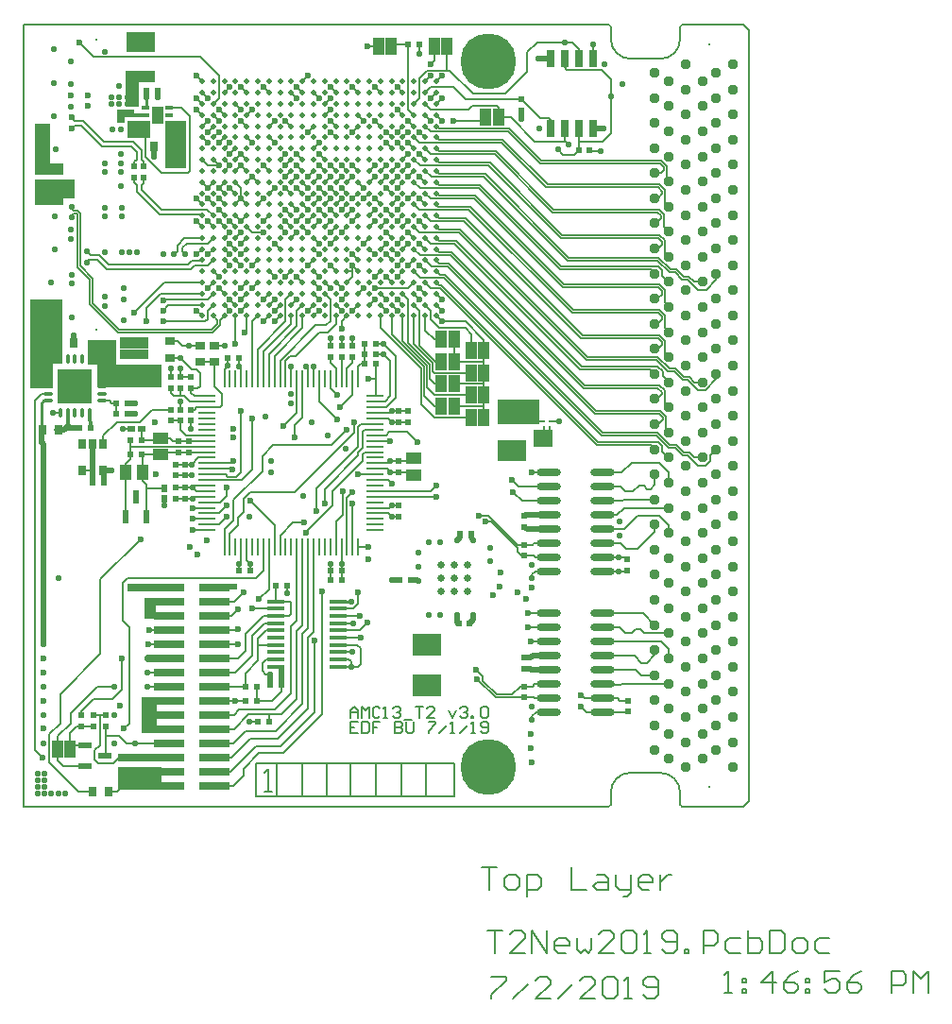
<source format=gtl>
G04*
G04 #@! TF.GenerationSoftware,Altium Limited,Altium Designer,18.1.11 (251)*
G04*
G04 Layer_Physical_Order=1*
G04 Layer_Color=255*
%FSLAX44Y44*%
%MOMM*%
G71*
G01*
G75*
%ADD13C,0.2540*%
%ADD15C,0.1270*%
%ADD16C,0.1524*%
%ADD17C,0.2032*%
%ADD20R,0.6000X0.6000*%
%ADD21R,0.8000X1.5000*%
%ADD22O,2.2000X0.6000*%
%ADD23R,0.6000X0.6000*%
%ADD24R,0.6000X0.5000*%
%ADD25R,2.7940X0.7366*%
%ADD26R,0.6000X1.2000*%
%ADD27R,1.6500X0.3000*%
%ADD28R,2.6000X1.1000*%
%ADD29R,0.5000X0.6000*%
%ADD30R,0.8000X0.9000*%
%ADD31R,0.7000X0.3000*%
%ADD32R,1.2000X0.6000*%
%ADD33R,0.9000X0.7000*%
%ADD34R,0.7000X0.9000*%
%ADD35R,0.6500X0.9000*%
%ADD36R,1.1000X1.4000*%
%ADD37R,0.7000X0.6000*%
%ADD38R,1.4000X1.1000*%
%ADD39R,0.6000X0.7000*%
%ADD40O,0.3500X0.9500*%
%ADD41O,0.9500X0.3500*%
%ADD42C,0.2700*%
%ADD43O,0.2500X1.5500*%
%ADD44O,1.5500X0.2500*%
%ADD45C,0.5000*%
%ADD81R,1.0000X1.5000*%
%ADD82R,1.0000X1.6000*%
%ADD83R,3.1500X3.1500*%
%ADD84C,0.5080*%
%ADD85C,0.6350*%
%ADD86C,0.1778*%
%ADD87C,0.3048*%
%ADD88R,0.9000X0.6000*%
%ADD89R,1.4000X3.3000*%
%ADD90R,1.1000X1.9000*%
%ADD91R,2.5400X0.6350*%
%ADD92R,0.6000X1.6250*%
%ADD93R,3.9250X2.0000*%
%ADD94R,4.0250X0.7250*%
%ADD95R,2.0000X1.5000*%
%ADD96R,1.3750X0.3000*%
%ADD97R,0.9000X0.6500*%
%ADD98R,0.8000X1.2500*%
%ADD99R,1.9000X4.3000*%
%ADD100R,2.1500X2.2250*%
%ADD101R,3.0000X5.8750*%
%ADD102R,2.6000X0.9000*%
%ADD103R,2.5750X2.2750*%
%ADD104R,5.8500X2.1250*%
%ADD105R,3.6000X1.8000*%
%ADD106R,1.4000X3.8000*%
%ADD107R,1.3000X3.3000*%
%ADD108R,2.6000X0.9000*%
%ADD109R,2.6000X1.0000*%
%ADD110R,2.6000X1.0000*%
%ADD111R,3.8000X2.2000*%
%ADD112R,1.8000X1.6000*%
%ADD113C,0.6000*%
%ADD114C,0.1270*%
%ADD115C,0.2000*%
%ADD116C,0.9500*%
%ADD117C,5.0000*%
%ADD118C,0.5588*%
%ADD119C,0.6600*%
D13*
X481750Y384250D02*
X493750D01*
X310000Y827000D02*
Y836000D01*
X309500Y826500D02*
X310000Y827000D01*
X218250Y564000D02*
X221750D01*
X216000Y538000D02*
Y561750D01*
X218250Y564000D01*
D15*
X726440Y837184D02*
Y851952D01*
X717840Y860552D02*
X726440Y851952D01*
X687146Y860552D02*
X717840D01*
X495000Y680000D02*
Y685000D01*
Y675000D02*
Y680000D01*
X490000D02*
X495000D01*
X490000Y670000D02*
X495000Y675000D01*
X646304Y834000D02*
X662932Y817372D01*
X670560D01*
X672338Y815594D01*
Y807966D02*
Y815594D01*
X636918Y818000D02*
X658374Y796544D01*
X684530D01*
X625750Y818000D02*
X636918D01*
X726440Y803402D02*
Y837184D01*
X697644Y796036D02*
Y807872D01*
Y788162D02*
Y796036D01*
X719074D01*
X726440Y803402D01*
X685038Y862660D02*
X687146Y860552D01*
X685038Y862660D02*
Y870966D01*
X710438D02*
Y883412D01*
X631660Y839000D02*
X651510Y858850D01*
Y876300D01*
X660654Y885444D01*
X685546D01*
X691642D01*
X697738Y879348D01*
Y870966D02*
Y879348D01*
X707644Y788162D02*
X707898Y787908D01*
X717042D01*
X697644Y807872D02*
X697738Y807966D01*
X694088Y784606D02*
X697644Y788162D01*
X683336Y784606D02*
X694088D01*
X678942Y789000D02*
X683336Y784606D01*
X685038Y797052D02*
Y807966D01*
X684530Y796544D02*
X685038Y797052D01*
X688340Y793750D01*
X664246Y779018D02*
X771688D01*
X635544Y807720D02*
X664246Y779018D01*
X572280Y807720D02*
X635544D01*
X663194Y776478D02*
X770636D01*
X634492Y805180D02*
X663194Y776478D01*
X564820Y805180D02*
X634492D01*
X669580Y757682D02*
X770164D01*
X629702Y797560D02*
X669580Y757682D01*
X572440Y797560D02*
X629702D01*
X668528Y755142D02*
X769112D01*
X628650Y795020D02*
X668528Y755142D01*
X554980Y795020D02*
X628650D01*
X675422Y735584D02*
X769656D01*
X623606Y787400D02*
X675422Y735584D01*
X572600Y787400D02*
X623606D01*
X674370Y733044D02*
X768604D01*
X622554Y784860D02*
X674370Y733044D01*
X565140Y784860D02*
X622554D01*
X682534Y712724D02*
X769910D01*
X618018Y777240D02*
X682534Y712724D01*
X572760Y777240D02*
X618018D01*
X681482Y710184D02*
X768858D01*
X616966Y774700D02*
X681482Y710184D01*
X555300Y774700D02*
X616966D01*
X688630Y692150D02*
X769402D01*
X613700Y767080D02*
X688630Y692150D01*
X572920Y767080D02*
X613700D01*
X687578Y689610D02*
X768350D01*
X612648Y764540D02*
X687578Y689610D01*
X565460Y764540D02*
X612648D01*
X681901Y684655D02*
X768757D01*
X609382Y757174D02*
X681901Y684655D01*
X572826Y757174D02*
X609382D01*
X680974Y681990D02*
X762010D01*
X608330Y754634D02*
X680974Y681990D01*
X555366Y754634D02*
X608330D01*
X684566Y668020D02*
X770164D01*
X604810Y747776D02*
X684566Y668020D01*
X572224Y747776D02*
X604810D01*
X683514Y665480D02*
X769112D01*
X603758Y745236D02*
X683514Y665480D01*
X564764Y745236D02*
X603758D01*
X596000Y834000D02*
X646304D01*
X625750Y818000D02*
X625856Y818106D01*
Y826262D01*
X624118Y828000D02*
X625856Y826262D01*
X602000Y828000D02*
X624118D01*
X603000Y839000D02*
X631660D01*
X693032Y645160D02*
X770164D01*
X600322Y737870D02*
X693032Y645160D01*
X572130Y737870D02*
X600322D01*
X691980Y642620D02*
X769112D01*
X599270Y735330D02*
X691980Y642620D01*
X554670Y735330D02*
X599270D01*
X701076Y622554D02*
X770164D01*
X595920Y727710D02*
X701076Y622554D01*
X572290Y727710D02*
X595920D01*
X700024Y620014D02*
X769112D01*
X594868Y725170D02*
X700024Y620014D01*
X564830Y725170D02*
X594868D01*
X705684Y603250D02*
X768132D01*
X591384Y717550D02*
X705684Y603250D01*
X572450Y717550D02*
X591384D01*
X704632Y600710D02*
X767080D01*
X590332Y715010D02*
X704632Y600710D01*
X554990Y715010D02*
X590332D01*
X700060Y594868D02*
X768544D01*
X587538Y707390D02*
X700060Y594868D01*
X572610Y707390D02*
X587538D01*
X699008Y592328D02*
X761672D01*
X586486Y704850D02*
X699008Y592328D01*
X565150Y704850D02*
X586486D01*
X703108Y578104D02*
X769656D01*
X583982Y697230D02*
X703108Y578104D01*
X572770Y697230D02*
X583982D01*
X702056Y575564D02*
X768604D01*
X582930Y694690D02*
X702056Y575564D01*
X555310Y694690D02*
X582930D01*
X713522Y554736D02*
X770672D01*
X581188Y687070D02*
X713522Y554736D01*
X572930Y687070D02*
X581188D01*
X712470Y552196D02*
X769620D01*
X580136Y684530D02*
X712470Y552196D01*
X565470Y684530D02*
X580136D01*
X719444Y535432D02*
X768386D01*
X577931Y676945D02*
X719444Y535432D01*
X573055Y676945D02*
X577931D01*
X718392Y532892D02*
X767334D01*
X576879Y674405D02*
X718392Y532892D01*
X555595Y674405D02*
X576879D01*
X550000Y740000D02*
X554670Y735330D01*
X570000Y740000D02*
X572130Y737870D01*
X441452Y454914D02*
X451866D01*
X430000Y443462D02*
X441452Y454914D01*
X430000Y432750D02*
Y443462D01*
X453136Y446024D02*
Y446136D01*
X477000Y470000D01*
Y483000D01*
X411000Y386000D02*
X420000Y395000D01*
Y432750D01*
X295000Y275000D02*
Y361000D01*
X289000Y367000D02*
X295000Y361000D01*
X289000Y367000D02*
Y401000D01*
X293000Y405000D01*
X408000D01*
X415000Y412000D01*
Y432750D01*
X475000Y575000D02*
X481000Y569000D01*
X475000Y575000D02*
Y583250D01*
X480000Y456000D02*
X486000Y462000D01*
X480000Y432750D02*
Y456000D01*
X486000Y462000D02*
Y483000D01*
X443000Y482000D02*
X496000Y535000D01*
Y545000D01*
X500000Y540250D02*
X502750Y543000D01*
X500000Y523000D02*
Y540250D01*
X462500Y485500D02*
X500000Y523000D01*
X504000Y522000D02*
Y536000D01*
X500000Y518000D02*
X504000Y522000D01*
Y536000D02*
X506000Y538000D01*
X500000Y515000D02*
Y518000D01*
X470000Y485000D02*
X500000Y515000D01*
X504000Y516000D02*
X506000Y518000D01*
X504000Y510000D02*
Y516000D01*
X477000Y483000D02*
X504000Y510000D01*
X462500Y465250D02*
Y485500D01*
X506000Y538000D02*
X515250D01*
X506000Y518000D02*
X515250D01*
X312300Y358700D02*
X330360D01*
X312000Y346000D02*
X330360D01*
X330060Y359000D02*
X330360Y358700D01*
X330260Y308000D02*
X330360Y307900D01*
X455000Y685000D02*
X460000Y690000D01*
X444947Y674947D02*
X449947Y669948D01*
X371000Y384100D02*
X389180D01*
X397510Y392430D01*
X405000Y583250D02*
X405000Y583250D01*
Y635000D01*
X410000Y640000D01*
X274000Y264000D02*
X285750D01*
X274000D02*
Y272000D01*
Y247000D02*
Y264000D01*
X285750D02*
X292750Y257000D01*
X268500Y282000D02*
X274000D01*
X263000D02*
X268500D01*
X268513Y281987D01*
Y255263D02*
Y281987D01*
X273000Y246000D02*
X274000Y247000D01*
X274000Y282000D02*
X274000Y282000D01*
X263000Y297000D02*
X280000D01*
X252000Y286000D02*
X263000Y297000D01*
X252000Y282000D02*
Y286000D01*
Y272000D02*
X263000D01*
X247750D02*
X252000D01*
X241750Y252000D02*
Y266000D01*
X247750Y272000D01*
X285500Y244500D02*
X290000D01*
X280250Y239250D02*
X285500Y244500D01*
X266750Y239250D02*
X280250D01*
X263750Y242250D02*
X266750Y239250D01*
X263750Y242250D02*
Y250500D01*
X268513Y255263D01*
X230250Y242000D02*
Y252000D01*
Y242000D02*
X235750Y236500D01*
X255000D01*
X241750Y255500D02*
X255000D01*
X241750Y252000D02*
Y255500D01*
X292750Y257000D02*
X300000D01*
X390000Y295200D02*
X398800D01*
X399000Y295000D01*
X309000Y783000D02*
Y803000D01*
Y783000D02*
X324000Y768000D01*
X347000D01*
X349000Y770000D01*
Y819000D01*
X341500Y826500D02*
X349000Y819000D01*
X330500Y826500D02*
X341500D01*
X501250Y358250D02*
X508000Y365000D01*
X481750Y358250D02*
X501250D01*
X481750Y364750D02*
X495250D01*
X481750Y325750D02*
X493750D01*
X481750Y338750D02*
X494750D01*
X405250Y377750D02*
X426250D01*
X426000Y384200D02*
X426100Y384100D01*
X426000Y384200D02*
Y398000D01*
X438750Y384250D02*
X440000Y383000D01*
X426250Y384250D02*
X438750D01*
X440000Y373000D02*
Y383000D01*
X438250Y371250D02*
X440000Y373000D01*
X426250Y371250D02*
X438250D01*
X269000Y404000D02*
X305000Y440000D01*
X269000Y337000D02*
Y404000D01*
X284000Y214000D02*
X289000Y219000D01*
X276500Y214000D02*
X284000D01*
X216500Y570500D02*
X221750D01*
X481750Y332250D02*
X482000Y332000D01*
X481750Y351750D02*
X501750D01*
X502000Y352000D01*
X481750Y377750D02*
X495750D01*
X500000Y382000D01*
Y392000D01*
X263000Y872000D02*
X358000D01*
X375000Y855000D01*
Y835000D02*
Y855000D01*
X370000Y830000D02*
X375000Y835000D01*
X371000Y346000D02*
X392000D01*
X371000Y358700D02*
X391700D01*
X392000Y359000D01*
X386400Y371400D02*
X392000Y377000D01*
X371000Y371400D02*
X386400D01*
X415000Y635000D02*
X420000Y640000D01*
X425000Y635000D02*
X430000Y640000D01*
X425000Y645000D02*
X430000Y650000D01*
X415000Y655000D02*
X420000Y660000D01*
X470000Y472000D02*
Y485000D01*
X300000Y257000D02*
X300100Y257100D01*
X238750Y252000D02*
X238750Y252000D01*
X300100Y257100D02*
X330360D01*
X502750Y543000D02*
X515250D01*
X436000Y391250D02*
Y398000D01*
X402500Y276000D02*
X410000D01*
X426250Y371250D02*
X426250Y371250D01*
X415000Y371250D02*
X426250D01*
X416000Y364750D02*
X426250D01*
X425800Y358700D02*
X426250Y358250D01*
X426100Y384100D02*
X426250Y384250D01*
X360000Y840000D02*
X365000Y835000D01*
X390000Y830000D02*
X395000Y825000D01*
X420000Y800000D02*
X425000Y795000D01*
X568250Y869250D02*
Y882000D01*
X565000Y866000D02*
X568250Y869250D01*
X495000Y598000D02*
Y603000D01*
X490000Y593000D02*
X495000Y598000D01*
X490000Y583250D02*
Y593000D01*
X485000Y603000D02*
X485000Y603000D01*
X485000Y583250D02*
Y603000D01*
X475000Y598000D02*
Y603000D01*
Y598000D02*
X480000Y593000D01*
Y583250D02*
Y593000D01*
X495000Y613000D02*
Y620000D01*
X485000Y613000D02*
Y620000D01*
X475000Y613000D02*
Y620000D01*
X480000Y432750D02*
X480000Y432750D01*
X490000Y477000D02*
X495000Y482000D01*
X490000Y432750D02*
Y477000D01*
X495000Y432750D02*
Y472000D01*
X500000Y432750D02*
X508750D01*
X515000Y665000D02*
X545000D01*
X550000Y670000D01*
X500000Y660000D02*
X505000Y665000D01*
X510000Y650000D02*
X515000Y655000D01*
X520000Y650000D02*
X525000Y645000D01*
X527000Y493000D02*
X530000Y490000D01*
X515250Y493000D02*
X527000D01*
X515250Y478000D02*
X570000D01*
X570000Y478000D01*
X520000Y660000D02*
X525000Y655000D01*
X550000Y660000D02*
X555000Y655000D01*
X530000Y650000D02*
X535000Y645000D01*
Y655000D02*
X540000Y650000D01*
X515250Y483000D02*
X565000D01*
X570000Y488000D01*
Y650000D02*
X575000Y645000D01*
X403000Y482000D02*
X443000D01*
X397000Y476000D02*
X403000Y482000D01*
X397000Y464000D02*
Y476000D01*
X392000Y459000D02*
X397000Y464000D01*
X392000Y452000D02*
Y459000D01*
X385000Y445000D02*
X392000Y452000D01*
X385000Y432750D02*
Y445000D01*
X476000Y524000D02*
X490000Y538000D01*
X424000Y524000D02*
X476000D01*
X414000Y514000D02*
X424000Y524000D01*
X414000Y501000D02*
Y514000D01*
X388000Y475000D02*
X414000Y501000D01*
X388000Y457000D02*
Y475000D01*
X380000Y449000D02*
X388000Y457000D01*
X380000Y432750D02*
Y449000D01*
X508000Y882000D02*
X518250D01*
X352000Y448000D02*
X364750D01*
X375000Y453000D02*
X382000Y460000D01*
X364750Y453000D02*
X375000D01*
X390000Y615000D02*
X390000Y615000D01*
X390000Y615000D02*
Y640000D01*
X375000Y463000D02*
X382000Y470000D01*
X364750Y463000D02*
X375000D01*
X352000Y458000D02*
X364750D01*
X352000Y468000D02*
X364750D01*
X382000Y479000D02*
Y486000D01*
X376000Y473000D02*
X382000Y479000D01*
X364750Y473000D02*
X376000D01*
X405000Y502000D02*
Y548000D01*
X396000Y493000D02*
X405000Y502000D01*
X395000Y500000D02*
Y555000D01*
X391000Y496000D02*
X395000Y500000D01*
X364750Y493000D02*
X396000D01*
X383000Y496000D02*
X391000D01*
X381000Y498000D02*
X383000Y496000D01*
X364750Y498000D02*
X381000D01*
X395000Y665000D02*
X400000Y670000D01*
X385000Y655000D02*
X390000Y650000D01*
X395000Y655000D02*
X400000Y660000D01*
X375000Y665000D02*
X380000Y660000D01*
X612500Y599000D02*
X612750Y599250D01*
Y609000D01*
Y589000D02*
Y599250D01*
X585750Y599000D02*
X612500D01*
X612750Y579250D02*
Y589000D01*
Y569000D02*
Y579250D01*
X612500Y579000D02*
X612750Y579250D01*
X585750Y579000D02*
X612500D01*
X612250Y559000D02*
X612750Y558500D01*
Y569000D01*
Y549000D02*
Y558500D01*
X585750Y559000D02*
X612250D01*
X585750Y599000D02*
Y619000D01*
X568000Y549000D02*
X601250D01*
X556210Y560790D02*
X568000Y549000D01*
X556210Y560790D02*
Y593040D01*
X520000Y629250D02*
X556210Y593040D01*
X520000Y629250D02*
Y640000D01*
X558750Y568250D02*
Y594500D01*
X530000Y623250D02*
X558750Y594500D01*
X530000Y623250D02*
Y640000D01*
X561500Y575905D02*
Y595750D01*
X540000Y617250D02*
X561500Y595750D01*
X540000Y617250D02*
Y640000D01*
X564250Y583500D02*
Y596750D01*
X545000Y616000D02*
X564250Y596750D01*
X545000Y616000D02*
Y655000D01*
X567000Y590500D02*
Y597750D01*
X550000Y614750D02*
X567000Y597750D01*
X550000Y614750D02*
Y640000D01*
X569500Y599000D02*
X574250D01*
X555000Y613500D02*
X569500Y599000D01*
X555000Y613500D02*
Y645000D01*
X558750Y568250D02*
X568000Y559000D01*
X574250D01*
X568405Y569000D02*
X601250D01*
X561500Y575905D02*
X568405Y569000D01*
X540000Y660000D02*
X545000Y655000D01*
X564250Y583500D02*
X568750Y579000D01*
X574250D01*
X601000Y588750D02*
X601250Y589000D01*
X568750Y588750D02*
X601000D01*
X567000Y590500D02*
X568750Y588750D01*
X550000Y650000D02*
X555000Y645000D01*
X560000Y627000D02*
Y640000D01*
Y627000D02*
X568000Y619000D01*
X574250D01*
X560000Y650000D02*
X565000Y645000D01*
Y637000D02*
Y645000D01*
Y637000D02*
X573000Y629000D01*
X596000D01*
X601250Y623750D01*
Y609000D02*
Y623750D01*
X535000Y725000D02*
X540000Y730000D01*
X505000Y745000D02*
X510000Y750000D01*
Y730000D02*
X515000Y735000D01*
X545000Y745000D02*
X550000Y750000D01*
X713635Y524615D02*
X761885D01*
X766000Y520500D01*
X772668Y518832D02*
X778500Y513000D01*
X772668Y518832D02*
Y523244D01*
X768757Y527155D02*
X772668Y523244D01*
X714687Y527155D02*
X768757D01*
X574330Y667512D02*
X714687Y527155D01*
X573278Y664972D02*
X713635Y524615D01*
X565028Y664972D02*
X573278D01*
X572488Y667512D02*
X574330D01*
X801486Y513000D02*
X808500D01*
X796580Y517906D02*
X801486Y513000D01*
X815594Y515094D02*
X821000Y520500D01*
X815594Y509778D02*
Y515094D01*
X811784Y505968D02*
X815594Y509778D01*
X804926Y505968D02*
X811784D01*
X795528Y515366D02*
X804926Y505968D01*
X784098Y521970D02*
X790702Y515366D01*
X778256Y521970D02*
X784098D01*
X767334Y532892D02*
X778256Y521970D01*
X785150Y524510D02*
X791754Y517906D01*
X779308Y524510D02*
X785150D01*
X768386Y535432D02*
X779308Y524510D01*
X790702Y515366D02*
X795528D01*
X791754Y517906D02*
X796580D01*
X775462Y538538D02*
Y549946D01*
X770672Y554736D02*
X775462Y549946D01*
X769620Y552196D02*
X772922Y548894D01*
X775462Y538538D02*
X778500Y535500D01*
X766000Y543000D02*
X768806D01*
X772922Y547116D01*
Y548894D01*
X774700Y561800D02*
Y573060D01*
X769656Y578104D02*
X774700Y573060D01*
X768604Y575564D02*
X772160Y572008D01*
X774700Y561800D02*
X778500Y558000D01*
X766000Y565500D02*
X767938D01*
X772160Y569722D01*
Y572008D01*
X761672Y592328D02*
X766000Y588000D01*
X772922Y586078D02*
X778500Y580500D01*
X772922Y586078D02*
Y590490D01*
X768544Y594868D02*
X772922Y590490D01*
X778800Y592582D02*
X784388D01*
X768132Y603250D02*
X778800Y592582D01*
X777748Y590042D02*
X783336D01*
X767080Y600710D02*
X777748Y590042D01*
X801296Y580500D02*
X808500D01*
X796580Y585216D02*
X801296Y580500D01*
X821000Y583256D02*
Y588000D01*
X811530Y573786D02*
X821000Y583256D01*
X804418Y573786D02*
X811530D01*
X795528Y582676D02*
X804418Y573786D01*
X790702Y582676D02*
X795528D01*
X783336Y590042D02*
X790702Y582676D01*
X784388Y592582D02*
X791754Y585216D01*
X796580D01*
X570000Y670000D02*
X572488Y667512D01*
X560000Y670000D02*
X565028Y664972D01*
X570000Y680000D02*
X573055Y676945D01*
X550000Y680000D02*
X555595Y674405D01*
X570000Y690000D02*
X572930Y687070D01*
X560000Y690000D02*
X565470Y684530D01*
X570000Y700000D02*
X572770Y697230D01*
X550000Y700000D02*
X555310Y694690D01*
X570000Y710000D02*
X572610Y707390D01*
X560000Y710000D02*
X565150Y704850D01*
X570000Y720000D02*
X572450Y717550D01*
X550000Y720000D02*
X554990Y715010D01*
X775208Y606292D02*
Y617510D01*
X770164Y622554D02*
X775208Y617510D01*
Y606292D02*
X778500Y603000D01*
X766000Y610500D02*
X769250D01*
X772668Y613918D01*
Y616458D01*
X769112Y620014D02*
X772668Y616458D01*
X774700Y629300D02*
Y640624D01*
X770164Y645160D02*
X774700Y640624D01*
Y629300D02*
X778500Y625500D01*
X766000Y633000D02*
X768382D01*
X772160Y636778D01*
Y639572D01*
X769112Y642620D02*
X772160Y639572D01*
X570000Y730000D02*
X572290Y727710D01*
X560000Y730000D02*
X564830Y725170D01*
X774700Y651800D02*
Y663484D01*
X770164Y668020D02*
X774700Y663484D01*
X769112Y665480D02*
X772160Y662432D01*
X774700Y651800D02*
X778500Y648000D01*
X766000Y655500D02*
X768530D01*
X772160Y659130D01*
Y662432D01*
X762010Y681990D02*
X766000Y678000D01*
X772668Y676332D02*
X778500Y670500D01*
X772668Y676332D02*
Y680744D01*
X768757Y684655D02*
X772668Y680744D01*
X780070Y681482D02*
X785404D01*
X769402Y692150D02*
X780070Y681482D01*
X779018Y678942D02*
X784352D01*
X768350Y689610D02*
X779018Y678942D01*
X796072Y675386D02*
X800958Y670500D01*
X808500D01*
X791500Y675386D02*
X796072D01*
X785404Y681482D02*
X791500Y675386D01*
X821000Y672410D02*
Y678000D01*
X812038Y663448D02*
X821000Y672410D01*
X804418Y663448D02*
X812038D01*
X795020Y672846D02*
X804418Y663448D01*
X790448Y672846D02*
X795020D01*
X784352Y678942D02*
X790448Y672846D01*
X570000Y750000D02*
X572224Y747776D01*
X560000Y750000D02*
X564764Y745236D01*
X570000Y810000D02*
X572280Y807720D01*
X570000Y800000D02*
X572440Y797560D01*
X570000Y790000D02*
X572600Y787400D01*
X570000Y780000D02*
X572760Y777240D01*
X570000Y760000D02*
X572826Y757174D01*
X570000Y770000D02*
X572920Y767080D01*
X550000Y760000D02*
X555366Y754634D01*
X560000Y770000D02*
X565460Y764540D01*
X774954Y696546D02*
Y707680D01*
X769910Y712724D02*
X774954Y707680D01*
Y696546D02*
X778500Y693000D01*
X766000Y700500D02*
X769080D01*
X772414Y703834D01*
Y706628D01*
X768858Y710184D02*
X772414Y706628D01*
X550000Y780000D02*
X555300Y774700D01*
X774446Y719554D02*
Y730794D01*
X769656Y735584D02*
X774446Y730794D01*
X768604Y733044D02*
X771906Y729742D01*
X774446Y719554D02*
X778500Y715500D01*
X766000Y723000D02*
X767450D01*
X771906Y727456D01*
Y729742D01*
X560000Y790000D02*
X565140Y784860D01*
X775208Y741292D02*
Y752638D01*
X770164Y757682D02*
X775208Y752638D01*
Y741292D02*
X778500Y738000D01*
X766000Y745500D02*
X768868D01*
X772668Y749300D01*
Y751586D01*
X769112Y755142D02*
X772668Y751586D01*
X550000Y800000D02*
X554980Y795020D01*
X776732Y762268D02*
Y773974D01*
X771688Y779018D02*
X776732Y773974D01*
Y762268D02*
X778500Y760500D01*
X766000Y768000D02*
X771556D01*
X774192Y770636D01*
Y772922D01*
X770636Y776478D02*
X774192Y772922D01*
X560000Y810000D02*
X564820Y805180D01*
X470000Y720000D02*
X475000Y725000D01*
X400000Y820000D02*
X405000Y825000D01*
X520000Y700000D02*
X525000Y705000D01*
X540000Y700000D02*
X545000Y705000D01*
X570000Y660000D02*
X575000Y655000D01*
X570000Y640000D02*
X575000Y635000D01*
X555000Y685000D02*
X560000Y680000D01*
X525000Y675000D02*
X530000Y670000D01*
X535000Y675000D02*
X540000Y680000D01*
X555000Y705000D02*
X560000Y700000D01*
X525000Y695000D02*
X530000Y690000D01*
X525000Y715000D02*
X530000Y710000D01*
X510000Y720000D02*
X515000Y725000D01*
X485000Y735000D02*
X490000Y740000D01*
X495000Y725000D02*
X500000Y730000D01*
X515000Y745000D02*
X520000Y740000D01*
X525000Y735000D02*
X530000Y730000D01*
X555000Y725000D02*
X560000Y720000D01*
X555000Y745000D02*
X560000Y740000D01*
X555000Y765000D02*
X560000Y760000D01*
X555000Y785000D02*
X560000Y780000D01*
X525000Y755000D02*
X530000Y750000D01*
X495000Y775000D02*
X500000Y770000D01*
X495000Y745000D02*
X500000Y750000D01*
X485000Y755000D02*
X490000Y750000D01*
X490000Y760000D02*
X495000Y765000D01*
X485000Y775000D02*
X490000Y770000D01*
X510000Y760000D02*
X515000Y765000D01*
X530000Y770000D02*
X535000Y775000D01*
X525000Y795000D02*
X530000Y790000D01*
X535000Y795000D02*
X540000Y790000D01*
X555000Y805000D02*
X560000Y800000D01*
X495000Y805000D02*
X500000Y810000D01*
X515000Y815000D02*
X520000Y810000D01*
X515000Y845000D02*
X520000Y840000D01*
X535000Y825000D02*
X540000Y820000D01*
X560000Y820000D02*
X565000Y815000D01*
X535000Y845000D02*
X540000Y840000D01*
X495000Y845000D02*
X500000Y840000D01*
X415000Y845000D02*
X420000Y840000D01*
X440000D02*
X445000Y835000D01*
X460000Y840000D02*
X465000Y835000D01*
X475000Y845000D02*
X480000Y840000D01*
X420000Y810000D02*
X425000Y815000D01*
X435000D02*
X440000Y810000D01*
X455000Y805000D02*
X460000Y810000D01*
X475000Y815000D02*
X480000Y810000D01*
X475000Y805000D02*
X480000Y800000D01*
X460000Y790000D02*
X465000Y795000D01*
X430000Y780000D02*
X435000Y785000D01*
Y775000D02*
X440000Y780000D01*
X445000Y785000D02*
X450000Y780000D01*
X465000Y785000D02*
X470000Y780000D01*
X415000Y775000D02*
X420000Y770000D01*
X435000Y765000D02*
X440000Y770000D01*
X445000Y775000D02*
X450000Y770000D01*
X455000Y765000D02*
X460000Y770000D01*
Y760000D02*
X465000Y765000D01*
X450000Y760000D02*
X455000Y755000D01*
X440000Y760000D02*
X445000Y765000D01*
Y755000D02*
X450000Y750000D01*
X455000Y745000D02*
X460000Y750000D01*
X465000Y755000D02*
X470000Y750000D01*
Y760000D02*
X475000Y765000D01*
X465000Y775000D02*
X470000Y770000D01*
X475000Y775000D02*
X480000Y770000D01*
X480000Y760000D02*
X485000Y765000D01*
X475000Y755000D02*
X480000Y750000D01*
X480000Y740000D02*
X485000Y745000D01*
X470000Y740000D02*
X475000Y745000D01*
X460000Y740000D02*
X465000Y745000D01*
X450000Y740000D02*
X455000Y735000D01*
X420000Y750000D02*
X425000Y755000D01*
X435000D02*
X440000Y750000D01*
X440000Y740000D02*
X445000Y735000D01*
X435000D02*
X440000Y730000D01*
X415000Y725000D02*
X420000Y730000D01*
X430000Y720000D02*
X435000Y715000D01*
X435000Y725000D02*
X440000Y720000D01*
Y710000D02*
X445000Y715000D01*
X460000Y710000D02*
X465000Y705000D01*
X450000Y720000D02*
X455000Y715000D01*
X460000Y720000D02*
X465000Y725000D01*
X445000Y725000D02*
X450000Y730000D01*
X455000Y725000D02*
X460000Y730000D01*
X485000Y715000D02*
X490000Y720000D01*
Y730000D02*
X495000Y735000D01*
X475000Y735000D02*
X480000Y730000D01*
X465000Y735000D02*
X470000Y730000D01*
X475000Y715000D02*
X480000Y720000D01*
X475000Y705000D02*
X480000Y710000D01*
X425000Y705000D02*
X430000Y700000D01*
X460000Y700000D02*
X465000Y695000D01*
X495000D02*
X500000Y690000D01*
X495000Y685000D02*
X500000Y680000D01*
X495000Y645000D02*
X500000Y650000D01*
X480000D02*
X485000Y645000D01*
X420000Y680000D02*
X425000Y675000D01*
X435000Y675000D02*
X440000Y680000D01*
X460000Y680000D02*
X465000Y675000D01*
X455000Y645000D02*
X460000Y650000D01*
X440000D02*
X445000Y655000D01*
X420000Y650000D02*
X425000Y655000D01*
X405000Y665000D02*
X410000Y670000D01*
X395000Y645000D02*
X400000Y650000D01*
X380000Y650000D02*
X385000Y645000D01*
X365000Y665000D02*
X370000Y670000D01*
Y680000D02*
X375000Y675000D01*
X355000Y695000D02*
X360000Y700000D01*
X365000Y695000D02*
X370000Y700000D01*
X380000Y690000D02*
X385000Y685000D01*
X395000Y695000D02*
X400000Y700000D01*
X405000Y685000D02*
X410000Y690000D01*
X390000D02*
X395000Y685000D01*
X380000Y700000D02*
X385000Y695000D01*
Y705000D02*
X390000Y700000D01*
X385000Y725000D02*
X390000Y720000D01*
X395000Y705000D02*
X400000Y710000D01*
X380000D02*
X385000Y715000D01*
X390000Y710000D02*
X395000Y715000D01*
X355000Y725000D02*
X360000Y720000D01*
X365000Y725000D02*
X370000Y720000D01*
X390000Y730000D02*
X395000Y725000D01*
X375000Y735000D02*
X380000Y730000D01*
X360000Y760000D02*
X365000Y755000D01*
X355000Y745000D02*
X360000Y740000D01*
X365000Y745000D02*
X370000Y740000D01*
X375000Y755000D02*
X380000Y750000D01*
X405000Y765000D02*
X410000Y760000D01*
Y740000D02*
X415000Y745000D01*
X395000D02*
X400000Y740000D01*
X385000Y755000D02*
X390000Y750000D01*
X395000Y815000D02*
X400000Y810000D01*
X380000Y770000D02*
X385000Y775000D01*
X370000Y780000D02*
X375000Y775000D01*
X395000D02*
X400000Y770000D01*
X395000Y785000D02*
X400000Y780000D01*
X370000Y800000D02*
X375000Y805000D01*
X380000Y790000D02*
X385000Y795000D01*
Y785000D02*
X390000Y790000D01*
X400000Y800000D02*
X405000Y795000D01*
X370000Y820000D02*
X375000Y815000D01*
X395000Y845000D02*
X400000Y840000D01*
X380000Y840000D02*
X385000Y845000D01*
X355000Y855000D02*
X360000Y850000D01*
X375000Y825000D02*
X380000Y820000D01*
X355000Y825000D02*
X360000Y820000D01*
X355000Y835000D02*
X360000Y830000D01*
X555000Y665000D02*
X560000Y660000D01*
X535000Y685000D02*
X540000Y690000D01*
X545000Y685000D02*
X550000Y690000D01*
X535000Y705000D02*
X540000Y710000D01*
X530000Y700000D02*
X535000Y695000D01*
X545000Y715000D02*
X550000Y710000D01*
X540000Y720000D02*
X545000Y725000D01*
X535000Y735000D02*
X540000Y740000D01*
X530000Y740000D02*
X535000Y745000D01*
X530000Y760000D02*
X535000Y765000D01*
X535000Y755000D02*
X540000Y760000D01*
X545000Y765000D02*
X550000Y770000D01*
X540000D02*
X545000Y775000D01*
X540000Y780000D02*
X545000Y785000D01*
X545000Y795000D02*
X550000Y790000D01*
X545000Y815000D02*
X550000Y810000D01*
X540000Y800000D02*
X545000Y805000D01*
X525000D02*
X530000Y800000D01*
X535000Y805000D02*
X540000Y810000D01*
X545000Y825000D02*
X550000Y820000D01*
X545000Y825000D02*
Y883000D01*
X555000Y875000D02*
Y883000D01*
X530750D02*
X545000D01*
X529750Y882000D02*
X530750Y883000D01*
X485000Y655000D02*
X490000Y660000D01*
X480000Y670000D02*
X485000Y665000D01*
X435000Y655000D02*
X440000Y660000D01*
X445000Y645000D02*
X450000Y650000D01*
X480000Y583250D02*
Y591000D01*
X410000Y583250D02*
Y610000D01*
X435000Y635000D01*
Y655000D01*
X415000Y583250D02*
Y608000D01*
X440000Y633000D01*
Y640000D01*
X420000Y583250D02*
Y606000D01*
X445000Y631000D01*
Y645000D01*
X425000Y583250D02*
Y604000D01*
X450000Y629000D01*
Y640000D01*
X435000Y583250D02*
Y600000D01*
X445000Y552750D02*
Y583250D01*
X433250Y541000D02*
X445000Y552750D01*
X443000Y531500D02*
X443250Y531250D01*
Y542250D02*
X450000Y549000D01*
Y583250D01*
X443250Y531250D02*
Y542250D01*
X480813Y547500D02*
X481000D01*
X465000Y563313D02*
X480813Y547500D01*
X465000Y563313D02*
Y583250D01*
X364750Y503000D02*
X386000D01*
X387000Y502000D01*
X364750Y508000D02*
X386000D01*
X388000Y510000D01*
X296000Y523000D02*
X364750D01*
X425000Y432750D02*
Y452000D01*
X403000Y474000D02*
X425000Y452000D01*
X250000Y885000D02*
X263000Y872000D01*
X375000Y795000D02*
X380000Y800000D01*
X360000D02*
X365000Y795000D01*
X365000Y805000D02*
X370000Y810000D01*
X360000D02*
X365000Y815000D01*
X373730Y632714D02*
Y636270D01*
X368650Y627634D02*
X373730Y632714D01*
X369702Y625094D02*
X376270Y631662D01*
Y636270D02*
X380000Y640000D01*
X376270Y631662D02*
Y636270D01*
X284952Y625094D02*
X369702D01*
X259334Y650712D02*
X284952Y625094D01*
X259334Y650712D02*
Y672592D01*
X248158Y683768D02*
X259334Y672592D01*
X370000Y640000D02*
X373730Y636270D01*
X286004Y627634D02*
X368650D01*
X261874Y651764D02*
X286004Y627634D01*
X261874Y651764D02*
Y673644D01*
X250698Y684820D02*
X261874Y673644D01*
X248158Y683768D02*
Y730758D01*
X247142Y731774D02*
X248158Y730758D01*
X244856Y731774D02*
X247142D01*
X243500Y730418D02*
X244856Y731774D01*
X243500Y728000D02*
Y730418D01*
X250698Y684820D02*
Y731810D01*
X248194Y734314D02*
X250698Y731810D01*
X245364Y734314D02*
X248194D01*
X243500Y736178D02*
X245364Y734314D01*
X243500Y736178D02*
Y738000D01*
X350000Y575000D02*
X350250Y574750D01*
X332000Y571000D02*
Y575000D01*
X341000Y585000D02*
X350000D01*
X341000D02*
Y593000D01*
X332000Y585000D02*
Y593000D01*
X332000Y546000D02*
X341000D01*
X341000Y546000D01*
Y538000D02*
Y546000D01*
Y538000D02*
X346000Y533000D01*
X364750D01*
X350000Y539000D02*
Y546000D01*
X358000Y598500D02*
X371000D01*
Y577000D02*
Y598500D01*
Y577000D02*
X378000Y570000D01*
Y560000D02*
Y570000D01*
X376000Y558000D02*
X378000Y560000D01*
X353000Y556000D02*
X355000Y558000D01*
X350000Y556000D02*
X353000D01*
X355000Y558000D02*
X376000D01*
X341000Y556000D02*
Y563000D01*
X332000Y571000D02*
X335000Y568000D01*
X344000D02*
X349000Y563000D01*
X364750D01*
X335000Y568000D02*
X341000D01*
X344000D01*
X341000D02*
Y575000D01*
X353000Y568000D02*
X364750D01*
X350000Y571000D02*
X353000Y568000D01*
X350000Y571000D02*
Y575000D01*
X371000Y613500D02*
X380500D01*
X348500D02*
X358000D01*
X331000Y617500D02*
X338500D01*
X342500Y613500D01*
X348500D01*
X340500Y602500D02*
X351000Y592000D01*
X355000D01*
X358000Y589000D01*
Y577000D02*
Y589000D01*
X356000Y575000D02*
X358000Y577000D01*
X350000Y575000D02*
X356000D01*
X331000Y602500D02*
X340500D01*
X271000Y526000D02*
X271500Y525500D01*
X252500Y501500D02*
X262000D01*
X299000Y642750D02*
X326250Y670000D01*
X360000D01*
X510000Y700000D02*
X515000Y695000D01*
X505000Y705000D02*
X510000Y710000D01*
X520000Y720000D02*
X525000Y725000D01*
X570000Y820000D02*
X575000Y815000D01*
X520000Y770000D02*
X525000Y775000D01*
X510000Y770000D02*
X515000Y775000D01*
X520000Y760000D02*
X525000Y765000D01*
X500000Y760000D02*
X505000Y755000D01*
X271500Y525500D02*
Y532500D01*
X284000Y545000D01*
X400000Y720000D02*
X405000Y715000D01*
X415000D01*
X481750Y371250D02*
X482000Y371000D01*
X398000Y625000D02*
X400000Y627000D01*
Y640000D01*
X475000Y685000D02*
X480000Y680000D01*
X355000Y645000D02*
X360000Y640000D01*
X365000Y645000D02*
X370000Y650000D01*
X365000Y637000D02*
Y645000D01*
X363000Y635000D02*
X365000Y637000D01*
X325000Y635000D02*
X363000D01*
X325000Y645000D02*
X330000Y650000D01*
X360000D01*
X360000Y650000D01*
X325000Y654000D02*
X326000Y655000D01*
X365000D01*
X370000Y660000D01*
X323000D02*
X360000D01*
X310000Y647000D02*
X323000Y660000D01*
X310000Y635000D02*
Y647000D01*
X495000Y569000D02*
Y583250D01*
X484000Y558000D02*
X495000Y569000D01*
X284000Y545000D02*
X304000D01*
X315000Y556000D01*
X332000D01*
X500000Y583250D02*
Y595000D01*
X502000Y597000D01*
X506000D01*
Y606000D01*
Y615000D01*
X516000D02*
X523000D01*
X516000Y606000D02*
X523000D01*
X515250Y568000D02*
X516000Y568750D01*
X515250Y563000D02*
X524000D01*
X529000Y568000D01*
Y600000D01*
X523000Y606000D02*
X529000Y600000D01*
X523000Y615000D02*
X534000Y604000D01*
Y567000D02*
Y604000D01*
X525000Y558000D02*
X534000Y567000D01*
X515250Y558000D02*
X525000D01*
X371000Y295200D02*
X390000D01*
X371000Y307900D02*
X398900D01*
X399000Y308000D01*
X371000Y333300D02*
X392300D01*
X399000Y340000D02*
Y355250D01*
X392300Y333300D02*
X399000Y340000D01*
Y355250D02*
X415000Y371250D01*
X405000Y335600D02*
Y353750D01*
X371000Y320600D02*
X390000D01*
X405000Y335600D01*
Y353750D02*
X416000Y364750D01*
X417250Y358250D02*
X426250D01*
X410000Y351000D02*
X417250Y358250D01*
X398900Y319900D02*
X410000Y331000D01*
X410250Y345250D02*
X426250D01*
X398900Y307900D02*
Y319900D01*
X410000Y331000D02*
Y345000D01*
Y351000D01*
Y345000D02*
X410250Y345250D01*
X417250Y332250D02*
X426250D01*
X414000Y329000D02*
X417250Y332250D01*
X414000Y322000D02*
Y329000D01*
Y322000D02*
X417000Y319000D01*
X421000D01*
X409000Y295000D02*
Y308000D01*
Y295000D02*
X423000D01*
X431000Y303000D01*
Y312000D01*
X612750Y609000D02*
Y618250D01*
X596000Y635000D02*
X612750Y618250D01*
X575000Y635000D02*
X596000D01*
X249000Y214000D02*
X261500D01*
X222905Y240095D02*
X249000Y214000D01*
X222905Y264905D02*
X233000Y275000D01*
Y301000D02*
X269000Y337000D01*
X233000Y275000D02*
Y301000D01*
X230250Y252000D02*
Y263250D01*
X242000Y275000D01*
Y284000D01*
X265900Y307900D01*
X281260D01*
X280000Y297000D02*
X288000Y305000D01*
Y333000D01*
X290000Y270000D02*
X295000Y275000D01*
X222905Y240095D02*
Y264905D01*
X217000Y244000D02*
X217400Y244400D01*
X210000Y564000D02*
X216500Y570500D01*
X210000Y251000D02*
Y564000D01*
X440000Y302000D02*
Y362000D01*
X445000Y367000D02*
Y432750D01*
X440000Y362000D02*
X445000Y367000D01*
X445000Y297000D02*
Y358000D01*
X450000Y363000D01*
Y432750D01*
X450000Y432750D02*
X450000Y432750D01*
Y292000D02*
Y355000D01*
X455000Y360000D02*
Y432750D01*
X450000Y355000D02*
X455000Y360000D01*
X455000Y288000D02*
Y352000D01*
X460000Y357000D02*
Y432750D01*
X455000Y352000D02*
X460000Y357000D01*
X481750Y345250D02*
X498750D01*
X502000Y342000D01*
Y328000D02*
Y342000D01*
X499750Y325750D02*
X502000Y328000D01*
X493750Y325750D02*
X499750D01*
X481750Y332250D02*
X491750D01*
X493750Y330250D01*
Y325750D02*
Y330250D01*
X371000Y257100D02*
X388100D01*
X371000Y282500D02*
X388500D01*
X425000Y287000D02*
X440000Y302000D01*
X393000Y287000D02*
X425000D01*
X388500Y282500D02*
X393000Y287000D01*
X371000Y269800D02*
X388800D01*
X431000Y283000D02*
X445000Y297000D01*
X388800Y269800D02*
X402000Y283000D01*
X420000D01*
X431000D01*
X420000Y276000D02*
Y283000D01*
X388100Y257100D02*
X399000Y268000D01*
X426000D01*
X450000Y292000D01*
X371000Y244400D02*
X386400D01*
X428000Y261000D02*
X455000Y288000D01*
X403000Y261000D02*
X428000D01*
X386400Y244400D02*
X403000Y261000D01*
X371000Y231700D02*
X385700D01*
X408000Y254000D02*
X430000D01*
X385700Y231700D02*
X408000Y254000D01*
X481750Y371250D02*
X501750D01*
X433000Y248000D02*
X468000Y283000D01*
X411000Y248000D02*
X433000D01*
X397000Y234000D02*
X411000Y248000D01*
X397000Y228000D02*
Y234000D01*
X388000Y219000D02*
X397000Y228000D01*
X371000Y219000D02*
X388000D01*
X468000Y283000D02*
Y393000D01*
X430000Y254000D02*
X461000Y285000D01*
X461000Y349000D02*
X461000D01*
Y285000D02*
Y349000D01*
X516000Y568750D02*
Y583500D01*
Y597000D01*
X509500Y583500D02*
X516000D01*
X515250Y528000D02*
X529000D01*
X529000Y528000D01*
X515250Y533000D02*
X525000D01*
X528000Y536000D02*
X544000D01*
X553000Y527000D01*
X525000Y533000D02*
X528000Y536000D01*
X311100Y320600D02*
X330360D01*
X311100Y307900D02*
X330360D01*
X719000Y297250D02*
X732250D01*
X734150Y295350D01*
X742000D01*
X741200Y284550D02*
X742000Y285350D01*
X719000Y284550D02*
X741200D01*
X739750Y423250D02*
X741000Y422000D01*
X739550Y410550D02*
X741000Y412000D01*
X719000Y410550D02*
X739550D01*
X210000Y251000D02*
X217000Y244000D01*
X430000Y583250D02*
Y600000D01*
X439000Y604000D02*
X444000D01*
X435000Y600000D02*
X439000Y604000D01*
X460000Y640000D02*
X465000Y645000D01*
X470000Y670000D02*
X475000Y665000D01*
X515000Y675000D02*
X520000Y680000D01*
X666500Y536500D02*
Y540500D01*
X671500Y536500D02*
Y540500D01*
X460000Y670000D02*
X465000Y665000D01*
X657450Y435950D02*
X671000D01*
X656500Y435000D02*
X657450Y435950D01*
X649000Y435000D02*
X656500D01*
X658750Y423250D02*
X671000D01*
X657000Y425000D02*
X658750Y423250D01*
X649000Y425000D02*
X657000D01*
X643000Y435000D02*
X649000D01*
X617000Y461000D02*
X643000Y435000D01*
X608500Y461000D02*
X617000D01*
X614000Y455500D02*
X618908D01*
X642500Y428500D02*
Y431908D01*
Y428500D02*
X646000Y425000D01*
X649000D01*
X618908Y455500D02*
X642500Y431908D01*
X658450Y309950D02*
X671000D01*
X656500Y308000D02*
X658450Y309950D01*
X649000Y308000D02*
X656500D01*
X658250Y297250D02*
X671000D01*
X657500Y298000D02*
X658250Y297250D01*
X649000Y298000D02*
X657500D01*
X649000Y298000D02*
X649000Y298000D01*
X659550Y284550D02*
X671000D01*
X656000Y281000D02*
X659550Y284550D01*
X656000Y278000D02*
Y281000D01*
X658550Y410550D02*
X671000D01*
X656000Y408000D02*
X658550Y410550D01*
X656000Y405000D02*
Y408000D01*
X470000Y830000D02*
X475000Y835000D01*
X470000Y820000D02*
X475000Y825000D01*
X450000Y850000D02*
X455000Y855000D01*
X445000Y845000D02*
X450000Y840000D01*
X700000Y289500D02*
X704950Y284550D01*
X719000D01*
X702750Y297250D02*
X719000D01*
X700000Y300000D02*
X702750Y297250D01*
X719000Y423250D02*
X733499D01*
X739750D01*
X500000Y820000D02*
X505000Y815000D01*
X654450Y348050D02*
X671000D01*
X652250Y360750D02*
X671000D01*
X652550Y373450D02*
X671000D01*
X639000Y482000D02*
X646950Y474050D01*
X671000D01*
X637500Y493000D02*
X643750Y486750D01*
X671000D01*
X655550Y499450D02*
X671000D01*
X360000Y780000D02*
X365000Y775000D01*
X375000D01*
X380000Y780000D02*
Y780000D01*
Y780000D02*
X385000Y775000D01*
X390000Y780000D02*
X390000D01*
X395000Y785000D01*
X390000Y770000D02*
X395000Y775000D01*
X395000D01*
X400000Y760000D02*
X405000Y765000D01*
X405000D01*
X365000Y755000D02*
X370000Y760000D01*
X365000Y755000D02*
X365000D01*
X375000D02*
X380000Y760000D01*
X390000D02*
X395000Y755000D01*
Y745000D02*
Y755000D01*
X400000Y730000D02*
Y730000D01*
X395000Y725000D02*
X400000Y730000D01*
X390000Y740000D02*
X390000D01*
X395000Y745000D01*
X375000D02*
X380000Y740000D01*
X460000Y660000D02*
X465000Y655000D01*
X606500Y314500D02*
X623000Y298000D01*
X649000D01*
X645500Y308000D02*
X649000D01*
X624052Y300540D02*
X638040D01*
X611683Y312910D02*
X624052Y300540D01*
X611683Y312910D02*
Y316817D01*
X606000Y322500D02*
X611683Y316817D01*
X638040Y300540D02*
X645500Y308000D01*
X375000Y725000D02*
X380000Y720000D01*
X470000Y660000D02*
X475000Y655000D01*
Y635500D02*
Y655000D01*
X471000Y631500D02*
X475000Y635500D01*
X461500Y631500D02*
X471000D01*
X430000Y600000D02*
X461500Y631500D01*
X444000Y604000D02*
X465500Y625500D01*
X472500D01*
X480000Y633000D01*
Y640000D01*
X485000Y635000D02*
X490000Y640000D01*
X485000Y628500D02*
Y635000D01*
X560000Y830000D02*
X565000Y825000D01*
X575000Y855000D02*
X575000D01*
X570000Y850000D02*
X575000Y855000D01*
X565000D02*
X565000D01*
X560000Y850000D02*
X565000Y855000D01*
X550000Y830000D02*
X555000Y835000D01*
Y853000D01*
X562000Y860000D01*
X579750Y882000D02*
X580000Y881750D01*
X565000Y825000D02*
X599000D01*
X602000Y828000D01*
X585000Y815000D02*
X611250D01*
X614250Y818000D01*
X579750Y860250D02*
Y882000D01*
Y860250D02*
X580000Y860000D01*
X562000D02*
X580000D01*
X582000D01*
X565000Y835000D02*
Y835000D01*
Y835000D02*
X570000Y840000D01*
X560000Y840000D02*
X565000Y845000D01*
X585000D01*
X596000Y834000D01*
X582000Y860000D02*
X603000Y839000D01*
X570000Y830000D02*
X575000Y835000D01*
X575000D01*
X200000Y200000D02*
X724500D01*
D16*
X408500Y209000D02*
Y239000D01*
X586000D01*
Y209000D02*
Y239000D01*
X408500Y209000D02*
X586000D01*
X427000D02*
Y239000D01*
X450000Y209000D02*
Y239000D01*
X472000Y209000D02*
Y239000D01*
X493000Y209000D02*
Y239000D01*
X516000Y209000D02*
Y239000D01*
X539000Y209000D02*
Y239000D01*
X561000Y209000D02*
Y239000D01*
X499664Y275997D02*
X493000D01*
Y266000D01*
X499664D01*
X493000Y270998D02*
X496332D01*
X502997Y275997D02*
Y266000D01*
X507995D01*
X509661Y267666D01*
Y274331D01*
X507995Y275997D01*
X502997D01*
X519658D02*
X512994D01*
Y270998D01*
X516326D01*
X512994D01*
Y266000D01*
X532987Y275997D02*
Y266000D01*
X537985D01*
X539652Y267666D01*
Y269332D01*
X537985Y270998D01*
X532987D01*
X537985D01*
X539652Y272665D01*
Y274331D01*
X537985Y275997D01*
X532987D01*
X542984D02*
Y267666D01*
X544650Y266000D01*
X547982D01*
X549648Y267666D01*
Y275997D01*
X562977D02*
X569642D01*
Y274331D01*
X562977Y267666D01*
Y266000D01*
X572974D02*
X579639Y272665D01*
X582971Y266000D02*
X586303D01*
X584637D01*
Y275997D01*
X582971Y274331D01*
X591302Y266000D02*
X597966Y272665D01*
X601298Y266000D02*
X604631D01*
X602965D01*
Y275997D01*
X601298Y274331D01*
X609629Y267666D02*
X611295Y266000D01*
X614627D01*
X616294Y267666D01*
Y274331D01*
X614627Y275997D01*
X611295D01*
X609629Y274331D01*
Y272665D01*
X611295Y270998D01*
X616294D01*
X493000Y280000D02*
Y286665D01*
X496332Y289997D01*
X499664Y286665D01*
Y280000D01*
Y284998D01*
X493000D01*
X502997Y280000D02*
Y289997D01*
X506329Y286665D01*
X509661Y289997D01*
Y280000D01*
X519658Y288331D02*
X517992Y289997D01*
X514660D01*
X512994Y288331D01*
Y281666D01*
X514660Y280000D01*
X517992D01*
X519658Y281666D01*
X522990Y280000D02*
X526323D01*
X524656D01*
Y289997D01*
X522990Y288331D01*
X531321D02*
X532987Y289997D01*
X536319D01*
X537985Y288331D01*
Y286665D01*
X536319Y284998D01*
X534653D01*
X536319D01*
X537985Y283332D01*
Y281666D01*
X536319Y280000D01*
X532987D01*
X531321Y281666D01*
X541318Y278334D02*
X547982D01*
X551315Y289997D02*
X557979D01*
X554647D01*
Y280000D01*
X567976D02*
X561311D01*
X567976Y286665D01*
Y288331D01*
X566310Y289997D01*
X562977D01*
X561311Y288331D01*
X581305Y286665D02*
X584637Y280000D01*
X587969Y286665D01*
X591302Y288331D02*
X592968Y289997D01*
X596300D01*
X597966Y288331D01*
Y286665D01*
X596300Y284998D01*
X594634D01*
X596300D01*
X597966Y283332D01*
Y281666D01*
X596300Y280000D01*
X592968D01*
X591302Y281666D01*
X601298Y280000D02*
Y281666D01*
X602965D01*
Y280000D01*
X601298D01*
X609629Y288331D02*
X611295Y289997D01*
X614627D01*
X616294Y288331D01*
Y281666D01*
X614627Y280000D01*
X611295D01*
X609629Y281666D01*
Y288331D01*
X611000Y145994D02*
X624329D01*
X617664D01*
Y126000D01*
X634326D02*
X640990D01*
X644323Y129332D01*
Y135997D01*
X640990Y139329D01*
X634326D01*
X630994Y135997D01*
Y129332D01*
X634326Y126000D01*
X650987Y119335D02*
Y139329D01*
X660984D01*
X664316Y135997D01*
Y129332D01*
X660984Y126000D01*
X650987D01*
X690974Y145994D02*
Y126000D01*
X704303D01*
X714300Y139329D02*
X720965D01*
X724297Y135997D01*
Y126000D01*
X714300D01*
X710968Y129332D01*
X714300Y132664D01*
X724297D01*
X730961Y139329D02*
Y129332D01*
X734294Y126000D01*
X744290D01*
Y122668D01*
X740958Y119335D01*
X737626D01*
X744290Y126000D02*
Y139329D01*
X760952Y126000D02*
X754287D01*
X750955Y129332D01*
Y135997D01*
X754287Y139329D01*
X760952D01*
X764284Y135997D01*
Y132664D01*
X750955D01*
X770948Y139329D02*
Y126000D01*
Y132664D01*
X774281Y135997D01*
X777613Y139329D01*
X780945D01*
X416000Y214000D02*
X422664D01*
X419332D01*
Y233994D01*
X416000Y230661D01*
X790500Y901000D02*
G03*
X788500Y899000I0J-2000D01*
G01*
X726500D02*
G03*
X724500Y901000I-2000J0D01*
G01*
X726500Y888000D02*
G03*
X744000Y870500I17500J0D01*
G01*
X771000D02*
G03*
X788500Y888000I0J17500D01*
G01*
Y213000D02*
G03*
X771000Y230500I-17500J0D01*
G01*
X744000D02*
G03*
X726500Y213000I0J-17500D01*
G01*
X724500Y200000D02*
G03*
X726500Y202000I0J2000D01*
G01*
X788500D02*
G03*
X790500Y200000I2000J0D01*
G01*
X200000Y901000D02*
X724500D01*
X790500D02*
X845000D01*
X726500Y888000D02*
Y899000D01*
X788500Y888000D02*
Y899000D01*
X744000Y870500D02*
X771000D01*
X744000Y230500D02*
X771000D01*
X788500Y202000D02*
Y213000D01*
X726500Y202000D02*
Y213000D01*
X845000Y901000D02*
X850000Y896000D01*
Y205000D02*
Y896000D01*
X845000Y200000D02*
X850000Y205000D01*
X790500Y200000D02*
X845000D01*
X200000D02*
Y901000D01*
X616000Y88994D02*
X629329D01*
X622664D01*
Y69000D01*
X649323D02*
X635994D01*
X649323Y82329D01*
Y85661D01*
X645990Y88994D01*
X639326D01*
X635994Y85661D01*
X655987Y69000D02*
Y88994D01*
X669316Y69000D01*
Y88994D01*
X685977Y69000D02*
X679313D01*
X675981Y72332D01*
Y78997D01*
X679313Y82329D01*
X685977D01*
X689310Y78997D01*
Y75665D01*
X675981D01*
X695974Y82329D02*
Y72332D01*
X699306Y69000D01*
X702639Y72332D01*
X705971Y69000D01*
X709303Y72332D01*
Y82329D01*
X729297Y69000D02*
X715968D01*
X729297Y82329D01*
Y85661D01*
X725965Y88994D01*
X719300D01*
X715968Y85661D01*
X735961D02*
X739294Y88994D01*
X745958D01*
X749290Y85661D01*
Y72332D01*
X745958Y69000D01*
X739294D01*
X735961Y72332D01*
Y85661D01*
X755955Y69000D02*
X762619D01*
X759287D01*
Y88994D01*
X755955Y85661D01*
X772616Y72332D02*
X775948Y69000D01*
X782613D01*
X785945Y72332D01*
Y85661D01*
X782613Y88994D01*
X775948D01*
X772616Y85661D01*
Y82329D01*
X775948Y78997D01*
X785945D01*
X792610Y69000D02*
Y72332D01*
X795942D01*
Y69000D01*
X792610D01*
X809271D02*
Y88994D01*
X819268D01*
X822600Y85661D01*
Y78997D01*
X819268Y75665D01*
X809271D01*
X842594Y82329D02*
X832597D01*
X829265Y78997D01*
Y72332D01*
X832597Y69000D01*
X842594D01*
X849258Y88994D02*
Y69000D01*
X859255D01*
X862587Y72332D01*
Y75665D01*
Y78997D01*
X859255Y82329D01*
X849258D01*
X869252Y88994D02*
Y69000D01*
X879249D01*
X882581Y72332D01*
Y85661D01*
X879249Y88994D01*
X869252D01*
X892578Y69000D02*
X899242D01*
X902574Y72332D01*
Y78997D01*
X899242Y82329D01*
X892578D01*
X889245Y78997D01*
Y72332D01*
X892578Y69000D01*
X922568Y82329D02*
X912571D01*
X909239Y78997D01*
Y72332D01*
X912571Y69000D01*
X922568D01*
X619000Y47994D02*
X632329D01*
Y44661D01*
X619000Y31332D01*
Y28000D01*
X638994D02*
X652323Y41329D01*
X672316Y28000D02*
X658987D01*
X672316Y41329D01*
Y44661D01*
X668984Y47994D01*
X662319D01*
X658987Y44661D01*
X678981Y28000D02*
X692310Y41329D01*
X712303Y28000D02*
X698974D01*
X712303Y41329D01*
Y44661D01*
X708971Y47994D01*
X702307D01*
X698974Y44661D01*
X718968D02*
X722300Y47994D01*
X728965D01*
X732297Y44661D01*
Y31332D01*
X728965Y28000D01*
X722300D01*
X718968Y31332D01*
Y44661D01*
X738961Y28000D02*
X745626D01*
X742294D01*
Y47994D01*
X738961Y44661D01*
X755623Y31332D02*
X758955Y28000D01*
X765619D01*
X768952Y31332D01*
Y44661D01*
X765619Y47994D01*
X758955D01*
X755623Y44661D01*
Y41329D01*
X758955Y37997D01*
X768952D01*
X828000Y33000D02*
X834665D01*
X831332D01*
Y52994D01*
X828000Y49661D01*
X844661Y46329D02*
X847993D01*
Y42997D01*
X844661D01*
Y46329D01*
Y36332D02*
X847993D01*
Y33000D01*
X844661D01*
Y36332D01*
X871319Y33000D02*
Y52994D01*
X861323Y42997D01*
X874652D01*
X894645Y52994D02*
X887981Y49661D01*
X881316Y42997D01*
Y36332D01*
X884648Y33000D01*
X891313D01*
X894645Y36332D01*
Y39664D01*
X891313Y42997D01*
X881316D01*
X901310Y46329D02*
X904642D01*
Y42997D01*
X901310D01*
Y46329D01*
Y36332D02*
X904642D01*
Y33000D01*
X901310D01*
Y36332D01*
X931300Y52994D02*
X917971D01*
Y42997D01*
X924635Y46329D01*
X927968D01*
X931300Y42997D01*
Y36332D01*
X927968Y33000D01*
X921303D01*
X917971Y36332D01*
X951294Y52994D02*
X944629Y49661D01*
X937964Y42997D01*
Y36332D01*
X941297Y33000D01*
X947961D01*
X951294Y36332D01*
Y39664D01*
X947961Y42997D01*
X937964D01*
X977952Y33000D02*
Y52994D01*
X987948D01*
X991281Y49661D01*
Y42997D01*
X987948Y39664D01*
X977952D01*
X997945Y33000D02*
Y52994D01*
X1004610Y46329D01*
X1011274Y52994D01*
Y33000D01*
D17*
X460000Y583250D02*
Y595000D01*
X440000Y583250D02*
Y595000D01*
X454920Y583330D02*
X455000Y583250D01*
X454920Y583330D02*
Y593080D01*
X453000Y595000D02*
X454920Y593080D01*
X380000Y583250D02*
Y592500D01*
X383000Y595500D01*
Y602000D01*
X393000Y595000D02*
Y602000D01*
Y595000D02*
X395000Y593000D01*
Y583250D02*
Y593000D01*
X354000Y478000D02*
X364750D01*
X352000Y476000D02*
X354000Y478000D01*
X336000Y476000D02*
X345000D01*
X352000D01*
X354000Y488000D02*
X364750D01*
X352000Y486000D02*
X354000Y488000D01*
X336000Y486000D02*
X345000D01*
X352000D01*
X355000Y483000D02*
X364750D01*
X352000Y486000D02*
X355000Y483000D01*
X357000Y513000D02*
X364750D01*
X351000Y507000D02*
X357000Y513000D01*
X336000Y507000D02*
X345000D01*
X351000D01*
Y497000D02*
X351000Y497000D01*
X336000Y497000D02*
X345000D01*
X351000D01*
X323000Y515500D02*
X325500Y518000D01*
X364750D01*
X306500Y515500D02*
X323000D01*
X306000Y516000D02*
X306500Y515500D01*
X306500Y500000D02*
Y515500D01*
X306500Y515500D02*
X306500Y515500D01*
X331500Y530500D02*
X334000Y528000D01*
X323000Y530500D02*
X331500D01*
X305500Y529500D02*
Y539000D01*
Y529500D02*
X306000Y529000D01*
X321500D01*
X323000Y530500D01*
X334000Y528000D02*
X364750D01*
X291500Y500000D02*
Y507500D01*
X296000Y512000D01*
Y516000D01*
Y523000D01*
Y529000D01*
X291500Y457750D02*
Y500000D01*
X291500Y457750D02*
X291500Y457750D01*
X306500Y492500D02*
Y500000D01*
Y492500D02*
X310500Y488500D01*
X311000Y485500D02*
X326000D01*
X310500Y486000D02*
X311000Y485500D01*
X310500Y457750D02*
Y486000D01*
Y488500D01*
X326000Y470000D02*
Y476500D01*
X289000Y539000D02*
X296500D01*
X485000Y403000D02*
X485000Y403000D01*
X485000Y403000D02*
Y432750D01*
X475000Y403000D02*
Y412000D01*
Y418000D01*
X500000Y498000D02*
X515250D01*
Y503000D02*
X526000D01*
X529000Y500000D01*
X536000D01*
X515250Y508000D02*
X527000D01*
X529000Y510000D01*
X536000D01*
Y500000D02*
X547500D01*
X550000Y497500D01*
X536000Y510000D02*
X547500D01*
X550000Y512500D01*
X515250Y553000D02*
X528000D01*
X530000Y555000D01*
X536000D01*
X545000D01*
X515250Y548000D02*
X527000D01*
X530000Y545000D01*
X536000D01*
X545000D01*
X515250Y468000D02*
X528000D01*
X530000Y470000D01*
X536000D01*
X515250Y463000D02*
X527000D01*
X530000Y460000D01*
X536000D01*
X395000Y420000D02*
Y432750D01*
X393000Y418000D02*
X395000Y420000D01*
X393000Y412000D02*
Y418000D01*
X400000Y421000D02*
Y432750D01*
Y421000D02*
X403000Y418000D01*
Y412000D02*
Y418000D01*
X283000Y552000D02*
Y562000D01*
X279000D02*
X283000D01*
X277000Y564000D02*
X279000Y562000D01*
X270250Y564000D02*
X277000D01*
X226250Y552750D02*
X233000D01*
X661500Y545500D02*
X666500D01*
X671500D02*
X680500D01*
X736000Y310500D02*
X778500D01*
X735000Y309500D02*
X736000Y310500D01*
X719450Y309500D02*
X735000D01*
X719000Y309950D02*
X719450Y309500D01*
X719000Y322650D02*
X748850D01*
X753500Y318000D01*
X766000D01*
X771950Y348050D02*
X778500Y341500D01*
Y333000D02*
Y341500D01*
X719000Y335350D02*
X747650D01*
X766000Y336000D02*
Y340500D01*
X719000Y348050D02*
X771950D01*
X759000Y329000D02*
X766000Y336000D01*
X747650Y335350D02*
X754000Y329000D01*
X759000D01*
X719000Y373450D02*
X755550D01*
X766000Y363000D01*
X719000Y360750D02*
X733998D01*
X739249Y355500D01*
X744998D01*
X748499Y359000D01*
X753000D01*
X756500Y355500D02*
X778500D01*
X753000Y359000D02*
X756500Y355500D01*
X719000Y448650D02*
X738150D01*
X750500Y461000D01*
X769500D01*
X778500Y452000D01*
Y445500D02*
Y452000D01*
X719000Y435950D02*
X735550D01*
X740500Y431000D01*
X750500D02*
X766000Y446500D01*
Y453000D01*
X740500Y431000D02*
X750500D01*
X738500Y468000D02*
X778500D01*
X731850Y461350D02*
X738500Y468000D01*
X719000Y461350D02*
X731850D01*
X738500Y475500D02*
X766000D01*
X737000Y474000D02*
X738500Y475500D01*
X719050Y474000D02*
X737000D01*
X719000Y474050D02*
X719050Y474000D01*
X719000Y499450D02*
X735950D01*
X745000Y508500D01*
X769500D01*
X778500Y499500D01*
Y490500D02*
Y499500D01*
X719000Y486750D02*
X735250D01*
X766000Y488500D02*
Y498000D01*
X762500Y485000D02*
X766000Y488500D01*
X759000Y485000D02*
X762500D01*
X756000Y488000D02*
X759000Y485000D01*
X735250Y486750D02*
X739500Y482500D01*
X746500D01*
X752000Y488000D01*
X756000D01*
D20*
X707644Y788162D02*
D03*
X697644D02*
D03*
X426000Y398000D02*
D03*
X436000D02*
D03*
X399000Y295000D02*
D03*
X409000D02*
D03*
X399000Y308000D02*
D03*
X409000D02*
D03*
X410000Y276000D02*
D03*
X420000D02*
D03*
X296000Y529000D02*
D03*
X306000D02*
D03*
X506000Y597000D02*
D03*
X516000D02*
D03*
X506000Y606000D02*
D03*
X516000D02*
D03*
X506000Y615000D02*
D03*
X516000D02*
D03*
X555000Y883000D02*
D03*
X545000D02*
D03*
X293000Y552000D02*
D03*
X283000D02*
D03*
X293000Y562000D02*
D03*
X283000D02*
D03*
D21*
X710438Y870966D02*
D03*
X697738D02*
D03*
X685038D02*
D03*
X672338D02*
D03*
X710438Y807966D02*
D03*
X697738D02*
D03*
X685038D02*
D03*
X672338D02*
D03*
D22*
X719000Y410550D02*
D03*
Y423250D02*
D03*
Y435950D02*
D03*
Y448650D02*
D03*
Y461350D02*
D03*
Y474050D02*
D03*
Y486750D02*
D03*
Y499450D02*
D03*
X671000Y410550D02*
D03*
Y423250D02*
D03*
Y435950D02*
D03*
Y448650D02*
D03*
Y461350D02*
D03*
Y474050D02*
D03*
Y486750D02*
D03*
Y499450D02*
D03*
X719000Y284550D02*
D03*
Y297250D02*
D03*
Y309950D02*
D03*
Y322650D02*
D03*
Y335350D02*
D03*
Y348050D02*
D03*
Y360750D02*
D03*
Y373450D02*
D03*
X671000Y284550D02*
D03*
Y297250D02*
D03*
Y309950D02*
D03*
Y322650D02*
D03*
Y335350D02*
D03*
Y348050D02*
D03*
Y360750D02*
D03*
Y373450D02*
D03*
D23*
X742000Y285350D02*
D03*
Y295350D02*
D03*
X741000Y422000D02*
D03*
Y412000D02*
D03*
X649000Y298000D02*
D03*
Y308000D02*
D03*
Y435000D02*
D03*
Y425000D02*
D03*
X252000Y282000D02*
D03*
Y272000D02*
D03*
X263000Y282000D02*
D03*
Y272000D02*
D03*
X274000Y272000D02*
D03*
Y282000D02*
D03*
X332000Y575000D02*
D03*
Y585000D02*
D03*
X332000Y556000D02*
D03*
Y546000D02*
D03*
X495000Y603000D02*
D03*
Y613000D02*
D03*
X485000Y603000D02*
D03*
Y613000D02*
D03*
X475000Y603000D02*
D03*
Y613000D02*
D03*
X646430Y833976D02*
D03*
Y823976D02*
D03*
D24*
X590000Y364000D02*
D03*
X600000D02*
D03*
X591000Y445000D02*
D03*
X601000D02*
D03*
X306000Y516000D02*
D03*
X296000D02*
D03*
X431000Y309000D02*
D03*
X421000D02*
D03*
X310000Y842000D02*
D03*
X320000D02*
D03*
X272000Y490500D02*
D03*
X262000D02*
D03*
X403000Y412000D02*
D03*
X393000D02*
D03*
X383000Y602000D02*
D03*
X393000D02*
D03*
X260000Y540000D02*
D03*
X250000D02*
D03*
X475000Y412000D02*
D03*
X485000D02*
D03*
X475000Y403000D02*
D03*
X485000D02*
D03*
X537000D02*
D03*
X547000D02*
D03*
D25*
X330360Y307900D02*
D03*
Y384100D02*
D03*
X371000D02*
D03*
X330360Y371400D02*
D03*
X371000D02*
D03*
X330360Y358700D02*
D03*
X371000D02*
D03*
X330360Y346000D02*
D03*
X371000D02*
D03*
X330360Y333300D02*
D03*
X371000D02*
D03*
X330360Y320600D02*
D03*
X371000D02*
D03*
Y307900D02*
D03*
X330360Y219000D02*
D03*
Y295200D02*
D03*
X371000D02*
D03*
X330360Y282500D02*
D03*
X371000D02*
D03*
X330360Y269800D02*
D03*
X371000D02*
D03*
X330360Y257100D02*
D03*
X371000D02*
D03*
X330360Y244400D02*
D03*
X371000D02*
D03*
X330360Y231700D02*
D03*
X371000D02*
D03*
Y219000D02*
D03*
Y396800D02*
D03*
X330360D02*
D03*
D26*
X291500Y460000D02*
D03*
X310500D02*
D03*
X301000Y478000D02*
D03*
D27*
X426250Y384250D02*
D03*
Y377750D02*
D03*
Y371250D02*
D03*
Y364750D02*
D03*
Y358250D02*
D03*
Y351750D02*
D03*
Y345250D02*
D03*
Y338750D02*
D03*
Y332250D02*
D03*
Y325750D02*
D03*
X481750Y384250D02*
D03*
Y377750D02*
D03*
Y371250D02*
D03*
Y364750D02*
D03*
Y358250D02*
D03*
Y351750D02*
D03*
Y345250D02*
D03*
Y338750D02*
D03*
Y332250D02*
D03*
Y325750D02*
D03*
D28*
X299000Y615500D02*
D03*
Y588500D02*
D03*
X305000Y881500D02*
D03*
Y854500D02*
D03*
X562000Y313500D02*
D03*
Y340500D02*
D03*
X223000Y744500D02*
D03*
Y771500D02*
D03*
X638000Y523500D02*
D03*
Y550500D02*
D03*
D29*
X299000Y774000D02*
D03*
Y764000D02*
D03*
X308000Y774000D02*
D03*
Y764000D02*
D03*
X297000Y812000D02*
D03*
Y822000D02*
D03*
X350000Y546000D02*
D03*
Y556000D02*
D03*
X341000Y585000D02*
D03*
Y575000D02*
D03*
X350000Y585000D02*
D03*
Y575000D02*
D03*
X341000Y556000D02*
D03*
Y546000D02*
D03*
X339000Y518000D02*
D03*
Y528000D02*
D03*
X348000Y518000D02*
D03*
Y528000D02*
D03*
X536000Y470000D02*
D03*
Y460000D02*
D03*
X336000Y476000D02*
D03*
Y486000D02*
D03*
X536000Y510000D02*
D03*
Y500000D02*
D03*
X345000Y476000D02*
D03*
Y486000D02*
D03*
X649000Y334000D02*
D03*
Y324000D02*
D03*
X345000Y497000D02*
D03*
Y507000D02*
D03*
X336000Y497000D02*
D03*
Y507000D02*
D03*
X536000Y545000D02*
D03*
Y555000D02*
D03*
X545000Y545000D02*
D03*
Y555000D02*
D03*
X649000Y461000D02*
D03*
Y451000D02*
D03*
D30*
X331000Y792000D02*
D03*
X317000D02*
D03*
X231000Y538000D02*
D03*
X217000D02*
D03*
X245000Y616000D02*
D03*
X231000D02*
D03*
D31*
X309500Y813500D02*
D03*
Y820000D02*
D03*
Y826500D02*
D03*
X330500D02*
D03*
Y820000D02*
D03*
Y813500D02*
D03*
D32*
X273000Y246000D02*
D03*
X255000Y236500D02*
D03*
Y255500D02*
D03*
D33*
X358000Y598500D02*
D03*
Y613500D02*
D03*
X371000Y598500D02*
D03*
Y613500D02*
D03*
X331000Y602500D02*
D03*
Y617500D02*
D03*
D34*
X261500Y214000D02*
D03*
X276500D02*
D03*
D35*
X271500Y525500D02*
D03*
X262000D02*
D03*
X252500D02*
D03*
Y501500D02*
D03*
X271500D02*
D03*
D36*
X306500Y500000D02*
D03*
X291500D02*
D03*
D37*
X296500Y539000D02*
D03*
X305500D02*
D03*
D38*
X323000Y515500D02*
D03*
Y530500D02*
D03*
X550000Y512500D02*
D03*
Y497500D02*
D03*
D39*
X326000Y476500D02*
D03*
Y485500D02*
D03*
D40*
X259000Y601250D02*
D03*
X252500D02*
D03*
X246000D02*
D03*
X239500D02*
D03*
X233000D02*
D03*
Y552750D02*
D03*
X239500D02*
D03*
X246000D02*
D03*
X252500D02*
D03*
X259000D02*
D03*
D41*
X221750Y590000D02*
D03*
Y583500D02*
D03*
Y577000D02*
D03*
Y570500D02*
D03*
Y564000D02*
D03*
X270250D02*
D03*
Y570500D02*
D03*
Y577000D02*
D03*
Y583500D02*
D03*
Y590000D02*
D03*
D42*
X666500Y540500D02*
D03*
Y545500D02*
D03*
X671500Y540500D02*
D03*
Y545500D02*
D03*
D43*
X500000Y432750D02*
D03*
X495000D02*
D03*
X490000D02*
D03*
X485000D02*
D03*
X480000D02*
D03*
X475000D02*
D03*
X470000D02*
D03*
X465000D02*
D03*
X460000D02*
D03*
X455000D02*
D03*
X450000D02*
D03*
X445000D02*
D03*
X440000D02*
D03*
X435000D02*
D03*
X430000D02*
D03*
X425000D02*
D03*
X420000D02*
D03*
X415000D02*
D03*
X410000D02*
D03*
X405000D02*
D03*
X400000D02*
D03*
X395000D02*
D03*
X390000D02*
D03*
X385000D02*
D03*
X380000D02*
D03*
Y583250D02*
D03*
X385000D02*
D03*
X390000D02*
D03*
X395000D02*
D03*
X400000D02*
D03*
X405000D02*
D03*
X410000D02*
D03*
X415000D02*
D03*
X420000D02*
D03*
X425000D02*
D03*
X430000D02*
D03*
X435000D02*
D03*
X440000D02*
D03*
X445000D02*
D03*
X450000D02*
D03*
X455000D02*
D03*
X460000D02*
D03*
X465000D02*
D03*
X470000D02*
D03*
X475000D02*
D03*
X480000D02*
D03*
X485000D02*
D03*
X490000D02*
D03*
X495000D02*
D03*
X500000D02*
D03*
D44*
X364750Y448000D02*
D03*
Y453000D02*
D03*
Y458000D02*
D03*
Y463000D02*
D03*
Y468000D02*
D03*
Y473000D02*
D03*
Y478000D02*
D03*
Y483000D02*
D03*
Y488000D02*
D03*
Y493000D02*
D03*
Y498000D02*
D03*
Y503000D02*
D03*
Y508000D02*
D03*
Y513000D02*
D03*
Y518000D02*
D03*
Y523000D02*
D03*
Y528000D02*
D03*
Y533000D02*
D03*
Y538000D02*
D03*
Y543000D02*
D03*
Y548000D02*
D03*
Y553000D02*
D03*
Y558000D02*
D03*
Y563000D02*
D03*
Y568000D02*
D03*
X515250D02*
D03*
Y563000D02*
D03*
Y558000D02*
D03*
Y553000D02*
D03*
Y548000D02*
D03*
Y543000D02*
D03*
Y538000D02*
D03*
Y533000D02*
D03*
Y528000D02*
D03*
Y523000D02*
D03*
Y518000D02*
D03*
Y513000D02*
D03*
Y508000D02*
D03*
Y503000D02*
D03*
Y498000D02*
D03*
Y493000D02*
D03*
Y488000D02*
D03*
Y483000D02*
D03*
Y478000D02*
D03*
Y473000D02*
D03*
Y468000D02*
D03*
Y463000D02*
D03*
Y458000D02*
D03*
Y453000D02*
D03*
Y448000D02*
D03*
D45*
X360000Y640000D02*
D03*
Y650000D02*
D03*
Y660000D02*
D03*
Y670000D02*
D03*
Y680000D02*
D03*
Y690000D02*
D03*
Y700000D02*
D03*
Y710000D02*
D03*
Y720000D02*
D03*
Y730000D02*
D03*
Y740000D02*
D03*
Y750000D02*
D03*
Y760000D02*
D03*
Y770000D02*
D03*
Y780000D02*
D03*
Y790000D02*
D03*
Y800000D02*
D03*
Y810000D02*
D03*
Y820000D02*
D03*
Y830000D02*
D03*
Y840000D02*
D03*
Y850000D02*
D03*
X370000Y640000D02*
D03*
Y650000D02*
D03*
Y660000D02*
D03*
Y670000D02*
D03*
Y680000D02*
D03*
Y690000D02*
D03*
Y700000D02*
D03*
Y710000D02*
D03*
Y720000D02*
D03*
Y730000D02*
D03*
Y740000D02*
D03*
Y750000D02*
D03*
Y760000D02*
D03*
Y770000D02*
D03*
Y780000D02*
D03*
Y790000D02*
D03*
Y800000D02*
D03*
Y810000D02*
D03*
Y820000D02*
D03*
Y830000D02*
D03*
Y840000D02*
D03*
Y850000D02*
D03*
X380000Y640000D02*
D03*
Y650000D02*
D03*
Y660000D02*
D03*
Y670000D02*
D03*
Y680000D02*
D03*
Y690000D02*
D03*
Y700000D02*
D03*
Y710000D02*
D03*
Y720000D02*
D03*
Y730000D02*
D03*
Y740000D02*
D03*
Y750000D02*
D03*
Y760000D02*
D03*
Y770000D02*
D03*
Y780000D02*
D03*
Y790000D02*
D03*
Y800000D02*
D03*
Y810000D02*
D03*
Y820000D02*
D03*
Y830000D02*
D03*
Y840000D02*
D03*
Y850000D02*
D03*
X390000Y640000D02*
D03*
Y650000D02*
D03*
Y660000D02*
D03*
Y670000D02*
D03*
Y680000D02*
D03*
Y690000D02*
D03*
Y700000D02*
D03*
Y710000D02*
D03*
Y720000D02*
D03*
Y730000D02*
D03*
Y740000D02*
D03*
Y750000D02*
D03*
Y760000D02*
D03*
Y770000D02*
D03*
Y780000D02*
D03*
Y790000D02*
D03*
Y800000D02*
D03*
Y810000D02*
D03*
Y820000D02*
D03*
Y830000D02*
D03*
Y840000D02*
D03*
Y850000D02*
D03*
X400000Y640000D02*
D03*
Y650000D02*
D03*
Y660000D02*
D03*
Y670000D02*
D03*
Y680000D02*
D03*
Y690000D02*
D03*
Y700000D02*
D03*
Y710000D02*
D03*
Y720000D02*
D03*
Y730000D02*
D03*
Y740000D02*
D03*
Y750000D02*
D03*
Y760000D02*
D03*
Y770000D02*
D03*
Y780000D02*
D03*
Y790000D02*
D03*
Y800000D02*
D03*
Y810000D02*
D03*
Y820000D02*
D03*
Y830000D02*
D03*
Y840000D02*
D03*
Y850000D02*
D03*
X410000Y640000D02*
D03*
Y650000D02*
D03*
Y660000D02*
D03*
Y670000D02*
D03*
Y680000D02*
D03*
Y690000D02*
D03*
Y700000D02*
D03*
Y710000D02*
D03*
Y720000D02*
D03*
Y730000D02*
D03*
Y740000D02*
D03*
Y750000D02*
D03*
Y760000D02*
D03*
Y770000D02*
D03*
Y780000D02*
D03*
Y790000D02*
D03*
Y800000D02*
D03*
Y810000D02*
D03*
Y820000D02*
D03*
Y830000D02*
D03*
Y840000D02*
D03*
Y850000D02*
D03*
X420000Y640000D02*
D03*
Y650000D02*
D03*
Y660000D02*
D03*
Y670000D02*
D03*
Y680000D02*
D03*
Y690000D02*
D03*
Y700000D02*
D03*
Y710000D02*
D03*
Y720000D02*
D03*
Y730000D02*
D03*
Y740000D02*
D03*
Y750000D02*
D03*
Y760000D02*
D03*
Y770000D02*
D03*
Y780000D02*
D03*
Y790000D02*
D03*
Y800000D02*
D03*
Y810000D02*
D03*
Y820000D02*
D03*
Y830000D02*
D03*
Y840000D02*
D03*
Y850000D02*
D03*
X430000Y640000D02*
D03*
Y650000D02*
D03*
Y660000D02*
D03*
Y670000D02*
D03*
Y680000D02*
D03*
Y690000D02*
D03*
Y700000D02*
D03*
Y710000D02*
D03*
Y720000D02*
D03*
Y730000D02*
D03*
Y740000D02*
D03*
Y750000D02*
D03*
Y760000D02*
D03*
Y770000D02*
D03*
Y780000D02*
D03*
Y790000D02*
D03*
Y800000D02*
D03*
Y810000D02*
D03*
Y820000D02*
D03*
Y830000D02*
D03*
Y840000D02*
D03*
Y850000D02*
D03*
X440000Y640000D02*
D03*
Y650000D02*
D03*
Y660000D02*
D03*
Y670000D02*
D03*
Y680000D02*
D03*
Y690000D02*
D03*
Y700000D02*
D03*
Y710000D02*
D03*
Y720000D02*
D03*
Y730000D02*
D03*
Y740000D02*
D03*
Y750000D02*
D03*
Y760000D02*
D03*
Y770000D02*
D03*
Y780000D02*
D03*
Y790000D02*
D03*
Y800000D02*
D03*
Y810000D02*
D03*
Y820000D02*
D03*
Y830000D02*
D03*
Y840000D02*
D03*
Y850000D02*
D03*
X450000Y640000D02*
D03*
Y650000D02*
D03*
Y660000D02*
D03*
Y670000D02*
D03*
Y680000D02*
D03*
Y690000D02*
D03*
Y700000D02*
D03*
Y710000D02*
D03*
Y720000D02*
D03*
Y730000D02*
D03*
Y740000D02*
D03*
Y750000D02*
D03*
Y760000D02*
D03*
Y770000D02*
D03*
Y780000D02*
D03*
Y790000D02*
D03*
Y800000D02*
D03*
Y810000D02*
D03*
Y820000D02*
D03*
Y830000D02*
D03*
Y840000D02*
D03*
Y850000D02*
D03*
X460000Y640000D02*
D03*
Y650000D02*
D03*
Y660000D02*
D03*
Y670000D02*
D03*
Y680000D02*
D03*
Y690000D02*
D03*
Y700000D02*
D03*
Y710000D02*
D03*
Y720000D02*
D03*
Y730000D02*
D03*
Y740000D02*
D03*
Y750000D02*
D03*
Y760000D02*
D03*
Y770000D02*
D03*
Y780000D02*
D03*
Y790000D02*
D03*
Y800000D02*
D03*
Y810000D02*
D03*
Y820000D02*
D03*
Y830000D02*
D03*
Y840000D02*
D03*
Y850000D02*
D03*
X470000Y640000D02*
D03*
Y650000D02*
D03*
Y660000D02*
D03*
Y670000D02*
D03*
Y680000D02*
D03*
Y690000D02*
D03*
Y700000D02*
D03*
Y710000D02*
D03*
Y720000D02*
D03*
Y730000D02*
D03*
Y740000D02*
D03*
Y750000D02*
D03*
Y760000D02*
D03*
Y770000D02*
D03*
Y780000D02*
D03*
Y790000D02*
D03*
Y800000D02*
D03*
Y810000D02*
D03*
Y820000D02*
D03*
Y830000D02*
D03*
Y840000D02*
D03*
Y850000D02*
D03*
X480000Y640000D02*
D03*
Y650000D02*
D03*
Y660000D02*
D03*
Y670000D02*
D03*
Y680000D02*
D03*
Y690000D02*
D03*
Y700000D02*
D03*
Y710000D02*
D03*
Y720000D02*
D03*
Y730000D02*
D03*
Y740000D02*
D03*
Y750000D02*
D03*
Y760000D02*
D03*
Y770000D02*
D03*
Y780000D02*
D03*
Y790000D02*
D03*
Y800000D02*
D03*
Y810000D02*
D03*
Y820000D02*
D03*
Y830000D02*
D03*
Y840000D02*
D03*
Y850000D02*
D03*
X490000Y640000D02*
D03*
Y650000D02*
D03*
Y660000D02*
D03*
Y670000D02*
D03*
Y680000D02*
D03*
Y690000D02*
D03*
Y700000D02*
D03*
Y710000D02*
D03*
Y720000D02*
D03*
Y730000D02*
D03*
Y740000D02*
D03*
Y750000D02*
D03*
Y760000D02*
D03*
Y770000D02*
D03*
Y780000D02*
D03*
Y790000D02*
D03*
Y800000D02*
D03*
Y810000D02*
D03*
Y820000D02*
D03*
Y830000D02*
D03*
Y840000D02*
D03*
Y850000D02*
D03*
X500000Y640000D02*
D03*
Y650000D02*
D03*
Y660000D02*
D03*
Y670000D02*
D03*
Y680000D02*
D03*
Y690000D02*
D03*
Y700000D02*
D03*
Y710000D02*
D03*
Y720000D02*
D03*
Y730000D02*
D03*
Y740000D02*
D03*
Y750000D02*
D03*
Y760000D02*
D03*
Y770000D02*
D03*
Y780000D02*
D03*
Y790000D02*
D03*
Y800000D02*
D03*
Y810000D02*
D03*
Y820000D02*
D03*
Y830000D02*
D03*
Y840000D02*
D03*
Y850000D02*
D03*
X510000Y640000D02*
D03*
Y650000D02*
D03*
Y660000D02*
D03*
Y670000D02*
D03*
Y680000D02*
D03*
Y690000D02*
D03*
Y700000D02*
D03*
Y710000D02*
D03*
Y720000D02*
D03*
Y730000D02*
D03*
Y740000D02*
D03*
Y750000D02*
D03*
Y760000D02*
D03*
Y770000D02*
D03*
Y780000D02*
D03*
Y790000D02*
D03*
Y800000D02*
D03*
Y810000D02*
D03*
Y820000D02*
D03*
Y830000D02*
D03*
Y840000D02*
D03*
Y850000D02*
D03*
X520000Y640000D02*
D03*
Y650000D02*
D03*
Y660000D02*
D03*
Y670000D02*
D03*
Y680000D02*
D03*
Y690000D02*
D03*
Y700000D02*
D03*
Y710000D02*
D03*
Y720000D02*
D03*
Y730000D02*
D03*
Y740000D02*
D03*
Y750000D02*
D03*
Y760000D02*
D03*
Y770000D02*
D03*
Y780000D02*
D03*
Y790000D02*
D03*
Y800000D02*
D03*
Y810000D02*
D03*
Y820000D02*
D03*
Y830000D02*
D03*
Y840000D02*
D03*
Y850000D02*
D03*
X530000Y640000D02*
D03*
Y650000D02*
D03*
Y660000D02*
D03*
Y670000D02*
D03*
Y680000D02*
D03*
Y690000D02*
D03*
Y700000D02*
D03*
Y710000D02*
D03*
Y720000D02*
D03*
Y730000D02*
D03*
Y740000D02*
D03*
Y750000D02*
D03*
Y760000D02*
D03*
Y770000D02*
D03*
Y780000D02*
D03*
Y790000D02*
D03*
Y800000D02*
D03*
Y810000D02*
D03*
Y820000D02*
D03*
Y830000D02*
D03*
Y840000D02*
D03*
Y850000D02*
D03*
X540000Y640000D02*
D03*
Y650000D02*
D03*
Y660000D02*
D03*
Y670000D02*
D03*
Y680000D02*
D03*
Y690000D02*
D03*
Y700000D02*
D03*
Y710000D02*
D03*
Y720000D02*
D03*
Y730000D02*
D03*
Y740000D02*
D03*
Y750000D02*
D03*
Y760000D02*
D03*
Y770000D02*
D03*
Y780000D02*
D03*
Y790000D02*
D03*
Y800000D02*
D03*
Y810000D02*
D03*
Y820000D02*
D03*
Y830000D02*
D03*
Y840000D02*
D03*
Y850000D02*
D03*
X550000Y640000D02*
D03*
Y650000D02*
D03*
Y660000D02*
D03*
Y670000D02*
D03*
Y680000D02*
D03*
Y690000D02*
D03*
Y700000D02*
D03*
Y710000D02*
D03*
Y720000D02*
D03*
Y730000D02*
D03*
Y740000D02*
D03*
Y750000D02*
D03*
Y760000D02*
D03*
Y770000D02*
D03*
Y780000D02*
D03*
Y790000D02*
D03*
Y800000D02*
D03*
Y810000D02*
D03*
Y820000D02*
D03*
Y830000D02*
D03*
Y840000D02*
D03*
Y850000D02*
D03*
X560000Y640000D02*
D03*
Y650000D02*
D03*
Y660000D02*
D03*
Y670000D02*
D03*
Y680000D02*
D03*
Y690000D02*
D03*
Y700000D02*
D03*
Y710000D02*
D03*
Y720000D02*
D03*
Y730000D02*
D03*
Y740000D02*
D03*
Y750000D02*
D03*
Y760000D02*
D03*
Y770000D02*
D03*
Y780000D02*
D03*
Y790000D02*
D03*
Y800000D02*
D03*
Y810000D02*
D03*
Y820000D02*
D03*
Y830000D02*
D03*
Y840000D02*
D03*
Y850000D02*
D03*
X570000Y640000D02*
D03*
Y650000D02*
D03*
Y660000D02*
D03*
Y670000D02*
D03*
Y680000D02*
D03*
Y690000D02*
D03*
Y700000D02*
D03*
Y710000D02*
D03*
Y720000D02*
D03*
Y730000D02*
D03*
Y740000D02*
D03*
Y750000D02*
D03*
Y760000D02*
D03*
Y770000D02*
D03*
Y780000D02*
D03*
Y790000D02*
D03*
Y800000D02*
D03*
Y810000D02*
D03*
Y820000D02*
D03*
Y830000D02*
D03*
Y840000D02*
D03*
Y850000D02*
D03*
D81*
X230250Y252000D02*
D03*
X241750D02*
D03*
X529750Y882000D02*
D03*
X518250D02*
D03*
X579750D02*
D03*
X568250D02*
D03*
X625750Y818000D02*
D03*
X614250D02*
D03*
X601250Y569000D02*
D03*
X612750D02*
D03*
Y589000D02*
D03*
X601250D02*
D03*
X612750Y609000D02*
D03*
X601250D02*
D03*
X612750Y549000D02*
D03*
X601250D02*
D03*
X574250Y619000D02*
D03*
X585750D02*
D03*
X574250Y599000D02*
D03*
X585750D02*
D03*
X574250Y579000D02*
D03*
X585750D02*
D03*
Y559000D02*
D03*
X574250D02*
D03*
D82*
X320000Y820000D02*
D03*
D83*
X246000Y577000D02*
D03*
D84*
X646430Y817118D02*
X646684Y816864D01*
X646430Y817118D02*
Y823976D01*
X661924Y870966D02*
X672338D01*
X710438Y807966D02*
X710700Y808228D01*
X720344D01*
X216000Y527000D02*
X218000Y525000D01*
Y346000D02*
Y525000D01*
X421000Y312000D02*
Y319000D01*
X655000Y334000D02*
X656000Y335000D01*
X649000Y334000D02*
X655000D01*
X655000Y324000D02*
X656000Y323000D01*
X649000Y324000D02*
X655000D01*
X656000Y323000D02*
X656350Y322650D01*
X671000D01*
X656000Y335000D02*
X656350Y335350D01*
X671000D01*
X262000Y490500D02*
X262000Y490500D01*
Y501500D01*
Y525500D01*
X271500Y501500D02*
X279000D01*
X272000Y490500D02*
Y501000D01*
X271500Y501500D02*
X272000Y501000D01*
X310000Y836000D02*
Y842000D01*
X310000Y836000D02*
X310000Y836000D01*
X320000D02*
Y842000D01*
X320000Y836000D02*
X320000Y836000D01*
X317000Y783000D02*
Y792000D01*
X317000Y783000D02*
X317000Y783000D01*
X245000Y616000D02*
X245000Y616000D01*
X245000Y616000D02*
Y623000D01*
X230000Y538000D02*
X236250D01*
X239500Y541250D01*
X240750Y540000D02*
X250000D01*
X239500Y541250D02*
X240750Y540000D01*
X293000Y552000D02*
X300000D01*
X216000Y527000D02*
Y538000D01*
X293000Y562000D02*
X300000D01*
X547000Y403000D02*
X553500D01*
X554000Y402500D01*
X530000Y403000D02*
X537000D01*
X591000Y441000D02*
Y445000D01*
X588500Y438500D02*
X591000Y441000D01*
X601000Y441000D02*
Y445000D01*
Y441000D02*
X603500Y438500D01*
X588500Y365500D02*
Y372000D01*
Y365500D02*
X590000Y364000D01*
X603500Y367500D02*
Y372000D01*
X600000Y364000D02*
X603500Y367500D01*
X656150Y461350D02*
X671000D01*
X656000Y461500D02*
X656150Y461350D01*
X649500Y461500D02*
X656000D01*
X649000Y461000D02*
X649500Y461500D01*
X656350Y448650D02*
X671000D01*
X656000Y449000D02*
X656350Y448650D01*
X651000Y449000D02*
X656000D01*
X649000Y451000D02*
X651000Y449000D01*
D85*
X311860Y333300D02*
X330360D01*
D86*
X365104Y705104D02*
X370000Y710000D01*
X346202Y705104D02*
X365104D01*
X342138Y697862D02*
Y701040D01*
Y697862D02*
X345000Y695000D01*
X342138Y701040D02*
X346202Y705104D01*
X359422Y709422D02*
X360000Y710000D01*
X344413Y709422D02*
X359422D01*
X337820Y702829D02*
X344413Y709422D01*
X337820Y697820D02*
Y702829D01*
X335000Y695000D02*
X337820Y697820D01*
X365292Y685292D02*
X370000Y690000D01*
X353314Y685292D02*
X365292D01*
X350012Y681990D02*
X353314Y685292D01*
X359610Y689610D02*
X360000Y690000D01*
X349753Y682249D02*
X350012Y681990D01*
X364670Y735330D02*
X370000Y730000D01*
X358988Y731012D02*
X360000Y730000D01*
X305816Y753364D02*
Y756920D01*
X301498Y751575D02*
Y756920D01*
X323850Y735330D02*
X364670D01*
X305816Y753364D02*
X323850Y735330D01*
X322061Y731012D02*
X358988D01*
X301498Y751575D02*
X322061Y731012D01*
X299000Y774000D02*
Y778002D01*
X301341Y780343D01*
Y786638D01*
X308000Y774000D02*
Y778002D01*
X305659Y780343D02*
X308000Y778002D01*
X296261Y791718D02*
X301341Y786638D01*
X305659Y780343D02*
Y788427D01*
X243000Y818000D02*
X245914Y815086D01*
X243000Y808000D02*
X245768Y810768D01*
X299000Y759418D02*
X301498Y756920D01*
X299000Y759418D02*
Y764000D01*
X305816Y756920D02*
X308000Y759104D01*
Y764000D01*
X298050Y796036D02*
X305659Y788427D01*
X245914Y815086D02*
X253238D01*
X272288Y796036D02*
X298050D01*
X253238Y815086D02*
X272288Y796036D01*
X270499Y791718D02*
X296261D01*
X245768Y810768D02*
X251449D01*
X270499Y791718D01*
X274309Y681990D02*
X350012D01*
X266181Y690118D02*
X274309Y681990D01*
X258618Y690118D02*
X266181D01*
X256500Y688000D02*
X258618Y690118D01*
X267970Y694436D02*
X276098Y686308D01*
X347705D01*
X351007Y689610D01*
X359610D01*
X260314Y694436D02*
X267970D01*
X256750Y698000D02*
X260314Y694436D01*
D87*
X239500Y541250D02*
Y552750D01*
Y541250D02*
X239500Y541250D01*
X259000Y546000D02*
Y552750D01*
X260000Y540000D02*
Y545000D01*
X259000Y546000D02*
X260000Y545000D01*
D88*
X387500Y397000D02*
D03*
D89*
X313000Y282500D02*
D03*
D90*
X313500Y377500D02*
D03*
D91*
X306070Y396875D02*
D03*
D92*
X431000Y319125D02*
D03*
D93*
X304375Y225500D02*
D03*
D94*
X304875Y244375D02*
D03*
D95*
X303000Y807500D02*
D03*
D96*
X306125Y820000D02*
D03*
D97*
X295000Y821750D02*
D03*
D98*
X287000Y818750D02*
D03*
D99*
X336500Y793500D02*
D03*
D100*
X215750Y586375D02*
D03*
D101*
X220000Y625625D02*
D03*
D102*
X299000Y606000D02*
D03*
D103*
X270125Y607625D02*
D03*
D104*
X294750Y585875D02*
D03*
D105*
X228000Y754000D02*
D03*
D106*
X217000Y794000D02*
D03*
D107*
X297500Y843500D02*
D03*
D108*
X305000Y890500D02*
D03*
X638000Y514500D02*
D03*
D109*
X562000Y350000D02*
D03*
D110*
Y304000D02*
D03*
D111*
X644000Y554000D02*
D03*
D112*
X666000Y530000D02*
D03*
D113*
X455000Y685000D02*
D03*
X444947Y674947D02*
D03*
X415000Y635000D02*
D03*
X425000D02*
D03*
Y645000D02*
D03*
X415000Y655000D02*
D03*
X365000Y835000D02*
D03*
X395000Y825000D02*
D03*
X425000Y795000D02*
D03*
X505000Y665000D02*
D03*
X515000Y655000D02*
D03*
X525000Y645000D02*
D03*
Y655000D02*
D03*
X555000Y655000D02*
D03*
X535000Y645000D02*
D03*
Y655000D02*
D03*
X575000Y645000D02*
D03*
X515000Y665000D02*
D03*
X565000Y835000D02*
D03*
X390000Y615000D02*
D03*
X395000Y665000D02*
D03*
X385000Y655000D02*
D03*
X395000Y655000D02*
D03*
X375000Y665000D02*
D03*
X535000Y725000D02*
D03*
X505000Y745000D02*
D03*
X515000Y735000D02*
D03*
X545000Y745000D02*
D03*
X395000Y745000D02*
D03*
X475000Y725000D02*
D03*
X405000Y825000D02*
D03*
X525000Y705000D02*
D03*
X545000D02*
D03*
X575000Y635000D02*
D03*
X555000Y685000D02*
D03*
X525000Y675000D02*
D03*
X515000D02*
D03*
X525000Y695000D02*
D03*
X485000Y735000D02*
D03*
X495000Y725000D02*
D03*
X515000Y745000D02*
D03*
X525000Y735000D02*
D03*
X555000Y725000D02*
D03*
Y765000D02*
D03*
X495000Y775000D02*
D03*
X495000Y745000D02*
D03*
X485000Y755000D02*
D03*
X495000Y765000D02*
D03*
X485000Y775000D02*
D03*
X535000D02*
D03*
X535000Y795000D02*
D03*
X555000Y805000D02*
D03*
X495000Y805000D02*
D03*
X515000Y815000D02*
D03*
X515000Y845000D02*
D03*
X535000Y825000D02*
D03*
X575000Y855000D02*
D03*
X565000D02*
D03*
X535000Y845000D02*
D03*
X495000D02*
D03*
X415000D02*
D03*
X445000Y835000D02*
D03*
X465000D02*
D03*
X475000Y845000D02*
D03*
X425000Y815000D02*
D03*
X435000D02*
D03*
X455000Y805000D02*
D03*
X475000Y815000D02*
D03*
Y805000D02*
D03*
X465000Y795000D02*
D03*
X435000Y785000D02*
D03*
Y775000D02*
D03*
X445000Y785000D02*
D03*
X465000D02*
D03*
X415000Y775000D02*
D03*
X435000Y765000D02*
D03*
X445000Y775000D02*
D03*
X455000Y725000D02*
D03*
X465000Y765000D02*
D03*
X455000D02*
D03*
X445000D02*
D03*
X445000Y755000D02*
D03*
X455000D02*
D03*
X465000D02*
D03*
X475000Y765000D02*
D03*
X465000Y775000D02*
D03*
X475000D02*
D03*
X485000Y765000D02*
D03*
X475000Y755000D02*
D03*
X485000Y745000D02*
D03*
X475000D02*
D03*
X465000D02*
D03*
X455000D02*
D03*
X425000Y755000D02*
D03*
X435000Y735000D02*
D03*
X445000Y725000D02*
D03*
X435000Y755000D02*
D03*
X415000Y725000D02*
D03*
X435000Y715000D02*
D03*
Y725000D02*
D03*
X445000Y715000D02*
D03*
X465000Y705000D02*
D03*
X455000Y715000D02*
D03*
X465000Y725000D02*
D03*
X445000Y735000D02*
D03*
X455000D02*
D03*
X485000Y715000D02*
D03*
X495000Y735000D02*
D03*
X475000D02*
D03*
X465000D02*
D03*
X475000Y715000D02*
D03*
Y705000D02*
D03*
X425000D02*
D03*
X465000Y695000D02*
D03*
X475000Y685000D02*
D03*
X495000Y695000D02*
D03*
Y685000D02*
D03*
X495000Y645000D02*
D03*
X485000D02*
D03*
X425000Y675000D02*
D03*
X435000D02*
D03*
X465000D02*
D03*
X455000Y645000D02*
D03*
X445000Y655000D02*
D03*
X425000D02*
D03*
X405000Y665000D02*
D03*
X395000Y645000D02*
D03*
X385000D02*
D03*
X365000Y665000D02*
D03*
X375000Y675000D02*
D03*
X355000Y695000D02*
D03*
X365000D02*
D03*
X385000Y685000D02*
D03*
X395000Y695000D02*
D03*
X405000Y685000D02*
D03*
X395000D02*
D03*
X415000Y715000D02*
D03*
X395000Y705000D02*
D03*
X385000Y715000D02*
D03*
X395000D02*
D03*
X355000Y725000D02*
D03*
X365000D02*
D03*
X395000D02*
D03*
X375000Y735000D02*
D03*
X365000Y755000D02*
D03*
X355000Y745000D02*
D03*
X365000D02*
D03*
X375000Y755000D02*
D03*
X405000Y765000D02*
D03*
X415000Y745000D02*
D03*
X385000Y755000D02*
D03*
X395000Y815000D02*
D03*
X375000Y775000D02*
D03*
X385000D02*
D03*
X395000D02*
D03*
X395000Y785000D02*
D03*
X375000Y805000D02*
D03*
X385000Y795000D02*
D03*
Y785000D02*
D03*
X405000Y795000D02*
D03*
X375000Y815000D02*
D03*
X395000Y845000D02*
D03*
X385000D02*
D03*
X355000Y855000D02*
D03*
X385000Y695000D02*
D03*
Y705000D02*
D03*
X375000Y725000D02*
D03*
X385000D02*
D03*
X375000Y825000D02*
D03*
X355000D02*
D03*
Y835000D02*
D03*
X555000Y665000D02*
D03*
X535000Y685000D02*
D03*
X545000D02*
D03*
X535000Y695000D02*
D03*
X535000Y705000D02*
D03*
X545000Y715000D02*
D03*
Y725000D02*
D03*
X535000Y735000D02*
D03*
Y745000D02*
D03*
X535000Y765000D02*
D03*
X535000Y755000D02*
D03*
X545000Y765000D02*
D03*
X545000Y775000D02*
D03*
Y785000D02*
D03*
Y795000D02*
D03*
X545000Y815000D02*
D03*
Y805000D02*
D03*
X525000Y805000D02*
D03*
X535000Y805000D02*
D03*
X375000Y795000D02*
D03*
X365000Y795000D02*
D03*
Y805000D02*
D03*
Y815000D02*
D03*
X515000Y695000D02*
D03*
X505000Y705000D02*
D03*
X525000Y725000D02*
D03*
X575000Y815000D02*
D03*
X525000Y775000D02*
D03*
X515000D02*
D03*
X525000Y765000D02*
D03*
X505000Y755000D02*
D03*
X355000Y645000D02*
D03*
X485000Y655000D02*
D03*
Y665000D02*
D03*
X465000Y655000D02*
D03*
X465000Y645000D02*
D03*
X475000Y665000D02*
D03*
X535000Y675000D02*
D03*
X525000Y755000D02*
D03*
X555000Y745000D02*
D03*
Y785000D02*
D03*
X525000Y795000D02*
D03*
X565000Y815000D02*
D03*
X575000Y655000D02*
D03*
X525000Y715000D02*
D03*
X515000Y725000D02*
D03*
Y765000D02*
D03*
X555000Y705000D02*
D03*
X465000Y665000D02*
D03*
X475000Y835000D02*
D03*
Y825000D02*
D03*
X455000Y855000D02*
D03*
X445000Y845000D02*
D03*
X505000Y815000D02*
D03*
X375000Y745000D02*
D03*
X575000Y835000D02*
D03*
X453136Y446024D02*
D03*
X451866Y454914D02*
D03*
X411000Y386000D02*
D03*
X481000Y569000D02*
D03*
X486000Y483000D02*
D03*
X312300Y358700D02*
D03*
X312000Y346000D02*
D03*
X397510Y392430D02*
D03*
X242000Y838000D02*
D03*
X508000Y365000D02*
D03*
X258000Y838000D02*
D03*
Y828000D02*
D03*
X405250Y377750D02*
D03*
X305000Y440000D02*
D03*
X317999Y544999D02*
D03*
X502000Y352000D02*
D03*
X500000Y392000D02*
D03*
X392000Y346000D02*
D03*
Y359000D02*
D03*
Y377000D02*
D03*
X470000Y472000D02*
D03*
X553000Y527000D02*
D03*
X288000Y333000D02*
D03*
X462500Y465250D02*
D03*
X565000Y866000D02*
D03*
X585000Y815000D02*
D03*
X495000Y482000D02*
D03*
X495000Y472000D02*
D03*
X508750Y432750D02*
D03*
X530000Y490000D02*
D03*
X570000Y478000D02*
D03*
Y488000D02*
D03*
X496000Y545000D02*
D03*
X490000Y538000D02*
D03*
X508000Y882000D02*
D03*
X352000Y448000D02*
D03*
X382000Y460000D02*
D03*
Y470000D02*
D03*
X352000Y458000D02*
D03*
Y468000D02*
D03*
X382000Y486000D02*
D03*
X405000Y548000D02*
D03*
X395000Y555000D02*
D03*
X655050Y264950D02*
D03*
X654750Y252250D02*
D03*
X655450Y239550D02*
D03*
X243000Y818000D02*
D03*
X243000Y808000D02*
D03*
X433250Y541000D02*
D03*
X443000Y531500D02*
D03*
X481000Y547500D02*
D03*
X387000Y502000D02*
D03*
X388000Y510000D02*
D03*
X403000Y474000D02*
D03*
X500000Y498000D02*
D03*
X250000Y885000D02*
D03*
X299000Y642750D02*
D03*
X290000Y270000D02*
D03*
X286447Y290553D02*
D03*
X398000Y625000D02*
D03*
X325000Y635000D02*
D03*
X218000Y270000D02*
D03*
X325000Y645000D02*
D03*
Y654000D02*
D03*
X310000Y635000D02*
D03*
X484000Y558000D02*
D03*
X388000Y531000D02*
D03*
Y539000D02*
D03*
X319000Y498000D02*
D03*
X349000Y433000D02*
D03*
X356000Y426000D02*
D03*
X364000Y439000D02*
D03*
X390000Y295200D02*
D03*
X218000Y333300D02*
D03*
Y320600D02*
D03*
Y295200D02*
D03*
X217400Y244400D02*
D03*
X501750Y371250D02*
D03*
X468000Y393000D02*
D03*
X461000Y349000D02*
D03*
X509500Y583500D02*
D03*
X529000Y528000D02*
D03*
X509000Y422000D02*
D03*
X608500Y461000D02*
D03*
X614000Y455500D02*
D03*
X606000Y322500D02*
D03*
X606500Y314500D02*
D03*
X621000Y389500D02*
D03*
X627000Y397500D02*
D03*
X700000Y289500D02*
D03*
Y300000D02*
D03*
X627500Y410000D02*
D03*
X654450Y348050D02*
D03*
X652250Y360750D02*
D03*
X652550Y373450D02*
D03*
X642500Y392000D02*
D03*
X650500Y386000D02*
D03*
X655500Y396500D02*
D03*
X639000Y482000D02*
D03*
X637500Y493000D02*
D03*
X655550Y499450D02*
D03*
X485000Y628500D02*
D03*
D114*
X350680Y390350D02*
D03*
Y225350D02*
D03*
X249680Y390450D02*
D03*
Y225350D02*
D03*
D115*
X265000Y628000D02*
D03*
Y888000D02*
D03*
X814500Y883500D02*
D03*
Y217500D02*
D03*
D116*
X836000Y865500D02*
D03*
X821000Y858000D02*
D03*
X808500Y850500D02*
D03*
X836000Y843000D02*
D03*
X821000Y835500D02*
D03*
X808500Y828000D02*
D03*
X836000Y820500D02*
D03*
X821000Y813000D02*
D03*
X808500Y805500D02*
D03*
X836000Y798000D02*
D03*
X821000Y790500D02*
D03*
X808500Y783000D02*
D03*
X836000Y775500D02*
D03*
X821000Y768000D02*
D03*
X808500Y760500D02*
D03*
X836000Y753000D02*
D03*
X821000Y745500D02*
D03*
X808500Y738000D02*
D03*
X836000Y730500D02*
D03*
X821000Y723000D02*
D03*
X808500Y715500D02*
D03*
X836000Y708000D02*
D03*
X821000Y700500D02*
D03*
X808500Y693000D02*
D03*
X836000Y685500D02*
D03*
X821000Y678000D02*
D03*
X808500Y670500D02*
D03*
X836000Y663000D02*
D03*
X821000Y655500D02*
D03*
X808500Y648000D02*
D03*
X836000Y640500D02*
D03*
X821000Y633000D02*
D03*
X808500Y625500D02*
D03*
X836000Y618000D02*
D03*
X821000Y610500D02*
D03*
X808500Y603000D02*
D03*
X836000Y595500D02*
D03*
X821000Y588000D02*
D03*
X808500Y580500D02*
D03*
X836000Y573000D02*
D03*
X821000Y565500D02*
D03*
X808500Y558000D02*
D03*
X836000Y550500D02*
D03*
X821000Y543000D02*
D03*
X808500Y535500D02*
D03*
X836000Y528000D02*
D03*
X821000Y520500D02*
D03*
X808500Y513000D02*
D03*
X836000Y505500D02*
D03*
X821000Y498000D02*
D03*
X808500Y490500D02*
D03*
X836000Y483000D02*
D03*
X821000Y475500D02*
D03*
X808500Y468000D02*
D03*
X836000Y460500D02*
D03*
X821000Y453000D02*
D03*
X808500Y445500D02*
D03*
X836000Y438000D02*
D03*
X821000Y430500D02*
D03*
X808500Y423000D02*
D03*
X836000Y415500D02*
D03*
X821000Y408000D02*
D03*
X808500Y400500D02*
D03*
X836000Y393000D02*
D03*
X821000Y385500D02*
D03*
X808500Y378000D02*
D03*
X836000Y370500D02*
D03*
X821000Y363000D02*
D03*
X808500Y355500D02*
D03*
X836000Y348000D02*
D03*
X821000Y340500D02*
D03*
X808500Y333000D02*
D03*
X836000Y325500D02*
D03*
X821000Y318000D02*
D03*
X808500Y310500D02*
D03*
X836000Y303000D02*
D03*
X821000Y295500D02*
D03*
X808500Y288000D02*
D03*
X836000Y280500D02*
D03*
X821000Y273000D02*
D03*
X808500Y265500D02*
D03*
X836000Y258000D02*
D03*
X821000Y250500D02*
D03*
X808500Y243000D02*
D03*
X836000Y235500D02*
D03*
X793500D02*
D03*
X778500Y243000D02*
D03*
X766000Y250500D02*
D03*
X793500Y258000D02*
D03*
X778500Y265500D02*
D03*
X766000Y273000D02*
D03*
X793500Y280500D02*
D03*
X778500Y288000D02*
D03*
X766000Y295500D02*
D03*
X793500Y303000D02*
D03*
X778500Y310500D02*
D03*
X766000Y318000D02*
D03*
X793500Y325500D02*
D03*
X778500Y333000D02*
D03*
X766000Y340500D02*
D03*
X793500Y348000D02*
D03*
X778500Y355500D02*
D03*
X766000Y363000D02*
D03*
X793500Y370500D02*
D03*
X778500Y378000D02*
D03*
X766000Y385500D02*
D03*
X793500Y393000D02*
D03*
X778500Y400500D02*
D03*
X766000Y408000D02*
D03*
X793500Y415500D02*
D03*
X778500Y423000D02*
D03*
X766000Y430500D02*
D03*
X793500Y438000D02*
D03*
X778500Y445500D02*
D03*
X766000Y453000D02*
D03*
X793500Y460500D02*
D03*
X778500Y468000D02*
D03*
X766000Y475500D02*
D03*
X793500Y483000D02*
D03*
X778500Y490500D02*
D03*
X766000Y498000D02*
D03*
X793500Y505500D02*
D03*
X778500Y513000D02*
D03*
X766000Y520500D02*
D03*
X793500Y528000D02*
D03*
X778500Y535500D02*
D03*
X766000Y543000D02*
D03*
X793500Y550500D02*
D03*
X778500Y558000D02*
D03*
X766000Y565500D02*
D03*
X793500Y573000D02*
D03*
X778500Y580500D02*
D03*
X766000Y588000D02*
D03*
X793500Y595500D02*
D03*
X778500Y603000D02*
D03*
X766000Y610500D02*
D03*
X793500Y618000D02*
D03*
X778500Y625500D02*
D03*
X766000Y633000D02*
D03*
X793500Y640500D02*
D03*
X778500Y648000D02*
D03*
X766000Y655500D02*
D03*
X793500Y663000D02*
D03*
X778500Y670500D02*
D03*
X766000Y678000D02*
D03*
X793500Y685500D02*
D03*
X778500Y693000D02*
D03*
X766000Y700500D02*
D03*
X793500Y708000D02*
D03*
X778500Y715500D02*
D03*
X766000Y723000D02*
D03*
X793500Y730500D02*
D03*
X778500Y738000D02*
D03*
X766000Y745500D02*
D03*
X793500Y753000D02*
D03*
X778500Y760500D02*
D03*
X766000Y768000D02*
D03*
X793500Y775500D02*
D03*
X778500Y783000D02*
D03*
X766000Y790500D02*
D03*
X793500Y798000D02*
D03*
X778500Y805500D02*
D03*
X766000Y813000D02*
D03*
X793500Y820500D02*
D03*
X778500Y828000D02*
D03*
X766000Y835500D02*
D03*
X793500Y843000D02*
D03*
X778500Y850500D02*
D03*
X766000Y858000D02*
D03*
X793500Y865500D02*
D03*
D117*
X617000Y868000D02*
D03*
Y235500D02*
D03*
D118*
X736854Y848106D02*
D03*
X646684Y816864D02*
D03*
X726440Y837184D02*
D03*
X710438Y883412D02*
D03*
X685546Y885444D02*
D03*
X661924Y870966D02*
D03*
X688340Y793750D02*
D03*
X678942Y789000D02*
D03*
X717042Y787908D02*
D03*
X720344Y808228D02*
D03*
X662686D02*
D03*
X721106Y865632D02*
D03*
X389000Y397000D02*
D03*
X231000Y405000D02*
D03*
X297000Y397000D02*
D03*
X303000D02*
D03*
X495250Y364750D02*
D03*
X494750Y338750D02*
D03*
X340500Y602500D02*
D03*
X216000Y527000D02*
D03*
X493750Y325750D02*
D03*
X300000Y257000D02*
D03*
X436000Y391250D02*
D03*
X402500Y276000D02*
D03*
X493750Y384250D02*
D03*
X421000Y319000D02*
D03*
X431000D02*
D03*
X495000Y620000D02*
D03*
X485000D02*
D03*
X475000D02*
D03*
X523000Y615000D02*
D03*
Y606000D02*
D03*
X380500Y613500D02*
D03*
X656000Y278000D02*
D03*
Y290000D02*
D03*
Y323000D02*
D03*
Y335000D02*
D03*
Y405000D02*
D03*
Y417000D02*
D03*
X345000Y695000D02*
D03*
X335000D02*
D03*
X325000D02*
D03*
X256500Y688000D02*
D03*
X256750Y698000D02*
D03*
X243000Y639000D02*
D03*
Y669000D02*
D03*
Y677000D02*
D03*
X228000Y700000D02*
D03*
X242000Y709000D02*
D03*
Y717000D02*
D03*
X225000Y670000D02*
D03*
X555000Y875000D02*
D03*
X440000Y595000D02*
D03*
X460000D02*
D03*
X453000Y595000D02*
D03*
X439500Y570500D02*
D03*
Y561500D02*
D03*
X473000Y532500D02*
D03*
X383000Y595500D02*
D03*
X393000Y595000D02*
D03*
X417000Y550000D02*
D03*
X352000Y476000D02*
D03*
Y486000D02*
D03*
X351000Y507000D02*
D03*
Y497000D02*
D03*
X422000Y510000D02*
D03*
Y500000D02*
D03*
X326000Y470000D02*
D03*
X289000Y539000D02*
D03*
X402844Y460248D02*
D03*
X451000Y479000D02*
D03*
X485000Y418000D02*
D03*
X475000Y418000D02*
D03*
X489000Y521000D02*
D03*
X529000Y510000D02*
D03*
Y500000D02*
D03*
X530000Y555000D02*
D03*
Y545000D02*
D03*
Y470000D02*
D03*
Y460000D02*
D03*
X403000Y418000D02*
D03*
X393000Y418000D02*
D03*
X312000Y269000D02*
D03*
Y295000D02*
D03*
X311860Y333300D02*
D03*
X312000Y371000D02*
D03*
X310000Y244500D02*
D03*
X311500Y231500D02*
D03*
X304000D02*
D03*
X296500D02*
D03*
X289000D02*
D03*
X311500Y219000D02*
D03*
X304000D02*
D03*
X296500D02*
D03*
X289000D02*
D03*
X311500Y225250D02*
D03*
X304000D02*
D03*
X296500D02*
D03*
X289000D02*
D03*
X219000Y230000D02*
D03*
Y224000D02*
D03*
Y218000D02*
D03*
Y212000D02*
D03*
X237000D02*
D03*
X231000D02*
D03*
X225000D02*
D03*
X273000Y657000D02*
D03*
Y649000D02*
D03*
X290000Y665000D02*
D03*
Y655000D02*
D03*
Y636000D02*
D03*
X273000Y697000D02*
D03*
X288000D02*
D03*
X295000D02*
D03*
X302000D02*
D03*
X228000Y729000D02*
D03*
X273000Y737000D02*
D03*
Y729000D02*
D03*
X288000Y737000D02*
D03*
Y729000D02*
D03*
X273000Y777000D02*
D03*
Y769000D02*
D03*
X287000Y785000D02*
D03*
Y777000D02*
D03*
Y769000D02*
D03*
Y756000D02*
D03*
X229000Y789000D02*
D03*
X242000Y757000D02*
D03*
Y749000D02*
D03*
X228000Y760000D02*
D03*
X287000Y816000D02*
D03*
X286000Y846000D02*
D03*
X273000Y877000D02*
D03*
X227000Y879000D02*
D03*
X242000Y868000D02*
D03*
Y848000D02*
D03*
X227000Y849000D02*
D03*
Y819000D02*
D03*
X242500Y827750D02*
D03*
X243500Y738000D02*
D03*
Y728000D02*
D03*
X332000Y593000D02*
D03*
X341000Y593000D02*
D03*
X348500Y613500D02*
D03*
X350000Y539000D02*
D03*
X341000Y563000D02*
D03*
X262000Y501500D02*
D03*
X279000D02*
D03*
X309000Y803000D02*
D03*
X303000D02*
D03*
X297000D02*
D03*
X303000Y809000D02*
D03*
X310000Y836000D02*
D03*
X320000D02*
D03*
X331000Y808000D02*
D03*
X338000Y812000D02*
D03*
X331000Y783000D02*
D03*
X337000D02*
D03*
X343000D02*
D03*
X338000Y806000D02*
D03*
X331000Y802000D02*
D03*
X287000Y822000D02*
D03*
X317000Y783000D02*
D03*
X218000Y652000D02*
D03*
Y646000D02*
D03*
Y640000D02*
D03*
Y634000D02*
D03*
Y628000D02*
D03*
Y622000D02*
D03*
Y616000D02*
D03*
Y610000D02*
D03*
X224000D02*
D03*
X213000Y579000D02*
D03*
Y585000D02*
D03*
Y591000D02*
D03*
X245000Y623000D02*
D03*
X239500Y541250D02*
D03*
X290000Y606000D02*
D03*
X308000D02*
D03*
X302000D02*
D03*
X296000D02*
D03*
X278000Y603000D02*
D03*
Y597000D02*
D03*
Y591000D02*
D03*
Y585000D02*
D03*
Y579000D02*
D03*
X284000D02*
D03*
X290000D02*
D03*
X296000D02*
D03*
X302000D02*
D03*
X308000D02*
D03*
X320000D02*
D03*
Y585000D02*
D03*
Y591000D02*
D03*
X284000Y585000D02*
D03*
Y591000D02*
D03*
X300000Y552000D02*
D03*
Y562000D02*
D03*
X214000Y809000D02*
D03*
X221000D02*
D03*
Y803000D02*
D03*
X214000D02*
D03*
Y797000D02*
D03*
Y791000D02*
D03*
Y785000D02*
D03*
X221000Y781000D02*
D03*
Y797000D02*
D03*
X293000Y836000D02*
D03*
X300000D02*
D03*
X293000Y830000D02*
D03*
X300000D02*
D03*
X287000Y807000D02*
D03*
X280000D02*
D03*
X286000Y836000D02*
D03*
Y830000D02*
D03*
X279000Y836000D02*
D03*
Y830000D02*
D03*
X295000Y890000D02*
D03*
X301750D02*
D03*
X308500D02*
D03*
X315000D02*
D03*
X648000Y561000D02*
D03*
X642000D02*
D03*
X636000D02*
D03*
X630000D02*
D03*
X648000Y514000D02*
D03*
X642000D02*
D03*
X636000D02*
D03*
X630000D02*
D03*
X553000Y350000D02*
D03*
X559000D02*
D03*
X565000D02*
D03*
X571000D02*
D03*
X553000Y304000D02*
D03*
X559000D02*
D03*
X565000D02*
D03*
X571000D02*
D03*
X226250Y552750D02*
D03*
X218000Y346000D02*
D03*
Y308000D02*
D03*
X218100Y282500D02*
D03*
Y257100D02*
D03*
X281260Y282500D02*
D03*
Y307900D02*
D03*
Y257100D02*
D03*
X213000Y212000D02*
D03*
Y218000D02*
D03*
Y224000D02*
D03*
Y230000D02*
D03*
X311100Y307900D02*
D03*
X311000Y320500D02*
D03*
X680500Y545500D02*
D03*
X660000Y526000D02*
D03*
X672000D02*
D03*
X660000Y534000D02*
D03*
X666000Y526000D02*
D03*
X554000Y428000D02*
D03*
Y415000D02*
D03*
Y402500D02*
D03*
X530000Y403000D02*
D03*
X588500Y438500D02*
D03*
X603500D02*
D03*
X563000Y437000D02*
D03*
X573500Y437500D02*
D03*
X618500Y432000D02*
D03*
Y420000D02*
D03*
X603500Y372000D02*
D03*
X588500D02*
D03*
X573500D02*
D03*
X563500D02*
D03*
X656000Y449000D02*
D03*
Y461500D02*
D03*
X734500Y455450D02*
D03*
X734000Y442750D02*
D03*
X733500Y423500D02*
D03*
Y410500D02*
D03*
X458000Y545000D02*
D03*
D119*
X574000Y417000D02*
D03*
Y405000D02*
D03*
Y393000D02*
D03*
X586000Y417000D02*
D03*
Y405000D02*
D03*
Y393000D02*
D03*
X598000Y417000D02*
D03*
Y405000D02*
D03*
Y393000D02*
D03*
X320000Y816000D02*
D03*
Y824000D02*
D03*
X258000Y589000D02*
D03*
Y577000D02*
D03*
Y565000D02*
D03*
X246000Y589000D02*
D03*
Y577000D02*
D03*
Y565000D02*
D03*
X234000Y589000D02*
D03*
Y577000D02*
D03*
Y565000D02*
D03*
M02*

</source>
